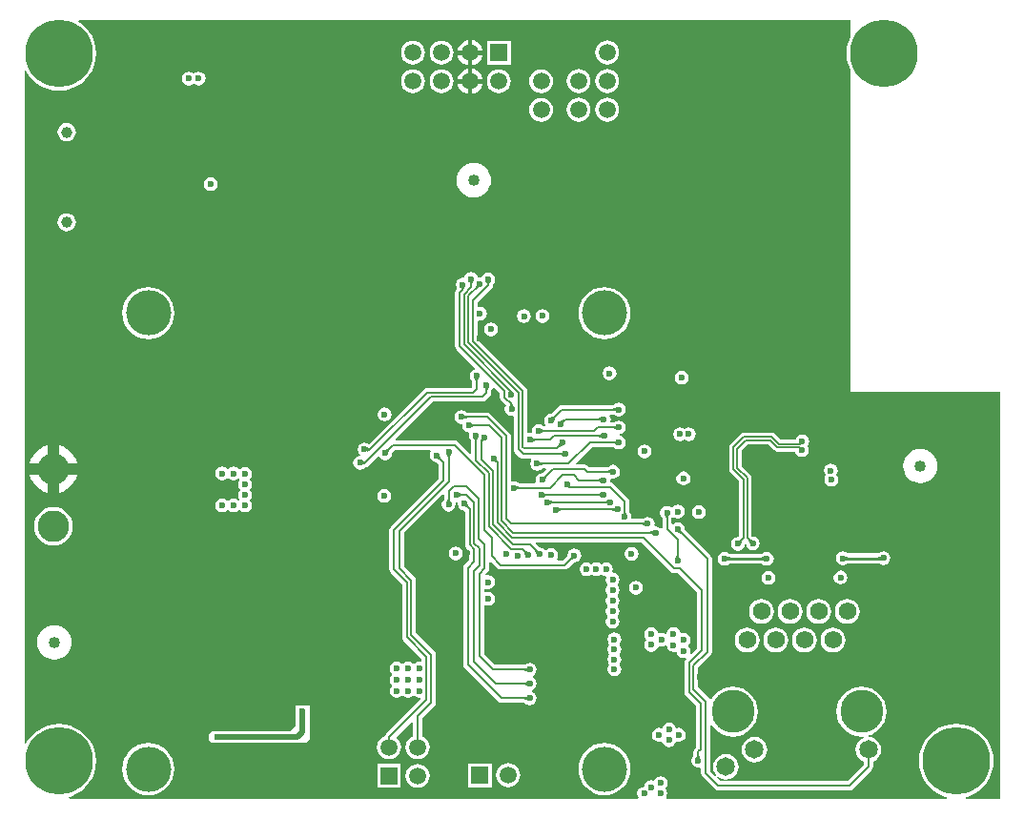
<source format=gbl>
G04 Layer_Physical_Order=4*
G04 Layer_Color=16711680*
%FSTAX24Y24*%
%MOIN*%
G70*
G01*
G75*
%ADD21R,0.0591X0.0591*%
%ADD37C,0.0400*%
%ADD48C,0.0080*%
%ADD49C,0.0100*%
%ADD51C,0.0200*%
%ADD54C,0.0060*%
%ADD55C,0.2362*%
%ADD56C,0.1575*%
%ADD57C,0.0620*%
%ADD58C,0.0866*%
%ADD59C,0.0650*%
%ADD60C,0.1500*%
%ADD61C,0.0591*%
%ADD62R,0.0591X0.0591*%
%ADD63C,0.1100*%
%ADD64C,0.0394*%
%ADD65C,0.0236*%
%ADD66C,0.0260*%
G36*
X440467Y386057D02*
X440396Y385885D01*
X440348Y385686D01*
X440332Y385482D01*
X440348Y385278D01*
X440396Y385079D01*
X440467Y384907D01*
X440467Y373642D01*
X445693Y373642D01*
Y359425D01*
X444512D01*
X444506Y359475D01*
X444571Y359491D01*
X44476Y359569D01*
X444934Y359676D01*
X44509Y359809D01*
X445223Y359965D01*
X44533Y360139D01*
X445409Y360329D01*
X445456Y360528D01*
X445472Y360732D01*
X445456Y360936D01*
X445409Y361135D01*
X44533Y361324D01*
X445223Y361499D01*
X44509Y361655D01*
X444934Y361788D01*
X44476Y361895D01*
X444571Y361973D01*
X444371Y362021D01*
X444167Y362037D01*
X443963Y362021D01*
X443764Y361973D01*
X443575Y361895D01*
X4434Y361788D01*
X443244Y361655D01*
X443111Y361499D01*
X443004Y361324D01*
X442926Y361135D01*
X442878Y360936D01*
X442862Y360732D01*
X442878Y360528D01*
X442926Y360329D01*
X443004Y360139D01*
X443111Y359965D01*
X443244Y359809D01*
X4434Y359676D01*
X443575Y359569D01*
X443764Y359491D01*
X443828Y359475D01*
X443822Y359425D01*
X434049D01*
X434022Y359475D01*
X434052Y359519D01*
X43407Y359612D01*
X434052Y359705D01*
X433999Y359784D01*
X434009Y35979D01*
X434062Y359869D01*
X43408Y359962D01*
X434062Y360055D01*
X434009Y360134D01*
X43393Y360186D01*
X433837Y360205D01*
X433744Y360186D01*
X433666Y360134D01*
X433613Y360055D01*
X433562Y360054D01*
X433507Y360065D01*
X433414Y360046D01*
X433336Y359994D01*
X433283Y359915D01*
X433269Y359842D01*
X433257Y359845D01*
X433164Y359826D01*
X433086Y359774D01*
X433033Y359695D01*
X433015Y359602D01*
X433033Y359509D01*
X433056Y359475D01*
X433029Y359425D01*
X413155D01*
X413149Y359475D01*
X413199Y359487D01*
X413388Y359565D01*
X413562Y359672D01*
X413718Y359805D01*
X413851Y359961D01*
X413958Y360136D01*
X414037Y360325D01*
X414084Y360524D01*
X4141Y360728D01*
X414084Y360933D01*
X414037Y361132D01*
X413958Y361321D01*
X413851Y361495D01*
X413718Y361651D01*
X413562Y361784D01*
X413388Y361891D01*
X413199Y36197D01*
X412999Y362017D01*
X412795Y362033D01*
X412591Y362017D01*
X412392Y36197D01*
X412203Y361891D01*
X412028Y361784D01*
X411872Y361651D01*
X411739Y361495D01*
X411641Y361334D01*
X411591Y361348D01*
Y384862D01*
X411641Y384876D01*
X411739Y384715D01*
X411872Y384559D01*
X412028Y384426D01*
X412203Y384319D01*
X412392Y384241D01*
X412591Y384193D01*
X412795Y384177D01*
X412999Y384193D01*
X413199Y384241D01*
X413388Y384319D01*
X413562Y384426D01*
X413718Y384559D01*
X413851Y384715D01*
X413958Y384889D01*
X414037Y385079D01*
X414084Y385278D01*
X4141Y385482D01*
X414084Y385686D01*
X414037Y385885D01*
X413958Y386074D01*
X413851Y386249D01*
X413718Y386405D01*
X413562Y386538D01*
X413478Y38659D01*
X413492Y386638D01*
X440467D01*
X440467Y386057D01*
D02*
G37*
%LPC*%
G36*
X438857Y365396D02*
X438745Y365381D01*
X43864Y365338D01*
X438551Y365269D01*
X438482Y365179D01*
X438438Y365074D01*
X438424Y364962D01*
X438438Y36485D01*
X438482Y364745D01*
X438551Y364655D01*
X43864Y364586D01*
X438745Y364543D01*
X438857Y364528D01*
X43897Y364543D01*
X439074Y364586D01*
X439164Y364655D01*
X439233Y364745D01*
X439276Y36485D01*
X439291Y364962D01*
X439276Y365074D01*
X439233Y365179D01*
X439164Y365269D01*
X439074Y365338D01*
X43897Y365381D01*
X438857Y365396D01*
D02*
G37*
G36*
X439857D02*
X439745Y365381D01*
X43964Y365338D01*
X439551Y365269D01*
X439482Y365179D01*
X439438Y365074D01*
X439424Y364962D01*
X439438Y36485D01*
X439482Y364745D01*
X439551Y364655D01*
X43964Y364586D01*
X439745Y364543D01*
X439857Y364528D01*
X43997Y364543D01*
X440074Y364586D01*
X440164Y364655D01*
X440233Y364745D01*
X440276Y36485D01*
X440291Y364962D01*
X440276Y365074D01*
X440233Y365179D01*
X440164Y365269D01*
X440074Y365338D01*
X43997Y365381D01*
X439857Y365396D01*
D02*
G37*
G36*
X436857D02*
X436745Y365381D01*
X43664Y365338D01*
X436551Y365269D01*
X436482Y365179D01*
X436438Y365074D01*
X436424Y364962D01*
X436438Y36485D01*
X436482Y364745D01*
X436551Y364655D01*
X43664Y364586D01*
X436745Y364543D01*
X436857Y364528D01*
X43697Y364543D01*
X437074Y364586D01*
X437164Y364655D01*
X437233Y364745D01*
X437276Y36485D01*
X437291Y364962D01*
X437276Y365074D01*
X437233Y365179D01*
X437164Y365269D01*
X437074Y365338D01*
X43697Y365381D01*
X436857Y365396D01*
D02*
G37*
G36*
X437857D02*
X437745Y365381D01*
X43764Y365338D01*
X437551Y365269D01*
X437482Y365179D01*
X437438Y365074D01*
X437424Y364962D01*
X437438Y36485D01*
X437482Y364745D01*
X437551Y364655D01*
X43764Y364586D01*
X437745Y364543D01*
X437857Y364528D01*
X43797Y364543D01*
X438074Y364586D01*
X438164Y364655D01*
X438233Y364745D01*
X438276Y36485D01*
X438291Y364962D01*
X438276Y365074D01*
X438233Y365179D01*
X438164Y365269D01*
X438074Y365338D01*
X43797Y365381D01*
X437857Y365396D01*
D02*
G37*
G36*
X440357Y366396D02*
X440245Y366381D01*
X44014Y366338D01*
X440051Y366269D01*
X439982Y366179D01*
X439938Y366074D01*
X439924Y365962D01*
X439938Y36585D01*
X439982Y365745D01*
X440051Y365655D01*
X44014Y365586D01*
X440245Y365543D01*
X440357Y365528D01*
X44047Y365543D01*
X440574Y365586D01*
X440664Y365655D01*
X440733Y365745D01*
X440776Y36585D01*
X440791Y365962D01*
X440776Y366074D01*
X440733Y366179D01*
X440664Y366269D01*
X440574Y366338D01*
X44047Y366381D01*
X440357Y366396D01*
D02*
G37*
G36*
X432977Y367045D02*
X432884Y367026D01*
X432806Y366974D01*
X432753Y366895D01*
X432735Y366802D01*
X432753Y366709D01*
X432806Y36663D01*
X432884Y366578D01*
X432977Y366559D01*
X43307Y366578D01*
X433149Y36663D01*
X433202Y366709D01*
X43322Y366802D01*
X433202Y366895D01*
X433149Y366974D01*
X43307Y367026D01*
X432977Y367045D01*
D02*
G37*
G36*
X439357Y366396D02*
X439245Y366381D01*
X43914Y366338D01*
X439051Y366269D01*
X438982Y366179D01*
X438938Y366074D01*
X438924Y365962D01*
X438938Y36585D01*
X438982Y365745D01*
X439051Y365655D01*
X43914Y365586D01*
X439245Y365543D01*
X439357Y365528D01*
X43947Y365543D01*
X439574Y365586D01*
X439664Y365655D01*
X439733Y365745D01*
X439776Y36585D01*
X439791Y365962D01*
X439776Y366074D01*
X439733Y366179D01*
X439664Y366269D01*
X439574Y366338D01*
X43947Y366381D01*
X439357Y366396D01*
D02*
G37*
G36*
X437357D02*
X437245Y366381D01*
X43714Y366338D01*
X437051Y366269D01*
X436982Y366179D01*
X436938Y366074D01*
X436924Y365962D01*
X436938Y36585D01*
X436982Y365745D01*
X437051Y365655D01*
X43714Y365586D01*
X437245Y365543D01*
X437357Y365528D01*
X43747Y365543D01*
X437574Y365586D01*
X437664Y365655D01*
X437733Y365745D01*
X437776Y36585D01*
X437791Y365962D01*
X437776Y366074D01*
X437733Y366179D01*
X437664Y366269D01*
X437574Y366338D01*
X43747Y366381D01*
X437357Y366396D01*
D02*
G37*
G36*
X438357D02*
X438245Y366381D01*
X43814Y366338D01*
X438051Y366269D01*
X437982Y366179D01*
X437938Y366074D01*
X437924Y365962D01*
X437938Y36585D01*
X437982Y365745D01*
X438051Y365655D01*
X43814Y365586D01*
X438245Y365543D01*
X438357Y365528D01*
X43847Y365543D01*
X438574Y365586D01*
X438664Y365655D01*
X438733Y365745D01*
X438776Y36585D01*
X438791Y365962D01*
X438776Y366074D01*
X438733Y366179D01*
X438664Y366269D01*
X438574Y366338D01*
X43847Y366381D01*
X438357Y366396D01*
D02*
G37*
G36*
X435171Y369681D02*
X435078Y369662D01*
X434999Y36961D01*
X434947Y369531D01*
X434928Y369438D01*
X434947Y369345D01*
X434999Y369267D01*
X435078Y369214D01*
X435171Y369195D01*
X435264Y369214D01*
X435343Y369267D01*
X435395Y369345D01*
X435414Y369438D01*
X435395Y369531D01*
X435343Y36961D01*
X435264Y369662D01*
X435171Y369681D01*
D02*
G37*
G36*
X421567Y362692D02*
X421057D01*
Y361962D01*
X420882Y361787D01*
X418142D01*
X418037Y361682D01*
Y361482D01*
X418147Y361372D01*
X421427D01*
X421577Y361522D01*
X421567Y361532D01*
Y362692D01*
D02*
G37*
G36*
X437117Y36158D02*
X437001Y361565D01*
X436893Y36152D01*
X4368Y361449D01*
X436729Y361356D01*
X436684Y361247D01*
X436669Y361131D01*
X436684Y361015D01*
X436729Y360907D01*
X4368Y360814D01*
X436893Y360743D01*
X437001Y360698D01*
X437117Y360683D01*
X437233Y360698D01*
X437341Y360743D01*
X437434Y360814D01*
X437506Y360907D01*
X437551Y361015D01*
X437566Y361131D01*
X437551Y361247D01*
X437506Y361356D01*
X437434Y361449D01*
X437341Y36152D01*
X437233Y361565D01*
X437117Y36158D01*
D02*
G37*
G36*
X434571Y374381D02*
X434478Y374362D01*
X434399Y37431D01*
X434347Y374231D01*
X434328Y374138D01*
X434347Y374045D01*
X434399Y373967D01*
X434478Y373914D01*
X434571Y373895D01*
X434664Y373914D01*
X434743Y373967D01*
X434795Y374045D01*
X434814Y374138D01*
X434795Y374231D01*
X434743Y37431D01*
X434664Y374362D01*
X434571Y374381D01*
D02*
G37*
G36*
X427923Y360657D02*
X427092D01*
Y359827D01*
X427923D01*
Y360657D01*
D02*
G37*
G36*
X434821Y372405D02*
X434728Y372386D01*
X434669Y372347D01*
X43461Y372386D01*
X434517Y372405D01*
X434424Y372386D01*
X434346Y372334D01*
X434293Y372255D01*
X434275Y372162D01*
X434293Y372069D01*
X434346Y37199D01*
X434424Y371938D01*
X434517Y371919D01*
X43461Y371938D01*
X434669Y371977D01*
X434728Y371938D01*
X434821Y371919D01*
X434914Y371938D01*
X434993Y37199D01*
X435045Y372069D01*
X435064Y372162D01*
X435045Y372255D01*
X434993Y372334D01*
X434914Y372386D01*
X434821Y372405D01*
D02*
G37*
G36*
X412667Y365492D02*
X412608D01*
X41252Y365483D01*
X412407Y365449D01*
X412302Y365393D01*
X412211Y365318D01*
X412136Y365227D01*
X41208Y365123D01*
X412046Y36501D01*
X412037Y364921D01*
Y364862D01*
X412046Y364774D01*
X41208Y364661D01*
X412136Y364557D01*
X412211Y364466D01*
X412302Y364391D01*
X412407Y364335D01*
X41252Y364301D01*
X412608Y364292D01*
X412667D01*
X412755Y364301D01*
X412868Y364335D01*
X412972Y364391D01*
X413064Y364466D01*
X413139Y364557D01*
X413194Y364661D01*
X413229Y364774D01*
X413237Y364862D01*
Y364921D01*
X413229Y36501D01*
X413194Y365123D01*
X413139Y365227D01*
X413064Y365318D01*
X412972Y365393D01*
X412868Y365449D01*
X412755Y365483D01*
X412667Y365492D01*
D02*
G37*
G36*
X432217Y365235D02*
X432124Y365216D01*
X432046Y365164D01*
X431993Y365085D01*
X431975Y364992D01*
X431993Y364899D01*
X432021Y364857D01*
X432044Y364817D01*
X432021Y364777D01*
X431993Y364735D01*
X431975Y364642D01*
X431993Y364549D01*
X432021Y364507D01*
X432044Y364467D01*
X432021Y364427D01*
X431993Y364385D01*
X431975Y364292D01*
X431993Y364199D01*
X432021Y364157D01*
X432044Y364117D01*
X432021Y364077D01*
X431993Y364035D01*
X431975Y363942D01*
X431993Y363849D01*
X432046Y36377D01*
X432124Y363718D01*
X432217Y363699D01*
X43231Y363718D01*
X432389Y36377D01*
X432442Y363849D01*
X43246Y363942D01*
X432442Y364035D01*
X432414Y364077D01*
X432391Y364117D01*
X432414Y364157D01*
X432442Y364199D01*
X43246Y364292D01*
X432442Y364385D01*
X432414Y364427D01*
X432391Y364467D01*
X432414Y364507D01*
X432442Y364549D01*
X43246Y364642D01*
X432442Y364735D01*
X432414Y364777D01*
X432391Y364817D01*
X432414Y364857D01*
X432442Y364899D01*
X43246Y364992D01*
X432442Y365085D01*
X432389Y365164D01*
X43231Y365216D01*
X432217Y365235D01*
D02*
G37*
G36*
X434127Y362085D02*
X434034Y362066D01*
X433956Y362014D01*
X433903Y361935D01*
X433893Y361886D01*
X43387Y361876D01*
X433777Y361895D01*
X433684Y361876D01*
X433606Y361824D01*
X433553Y361745D01*
X433535Y361652D01*
X433553Y361559D01*
X433606Y36148D01*
X433684Y361428D01*
X433777Y361409D01*
X433847Y361423D01*
X433899Y361391D01*
X433903Y361369D01*
X433956Y36129D01*
X434034Y361238D01*
X434127Y361219D01*
X43422Y361238D01*
X434299Y36129D01*
X434352Y361369D01*
X434361Y361418D01*
X434384Y361428D01*
X434477Y361409D01*
X43457Y361428D01*
X434649Y36148D01*
X434702Y361559D01*
X43472Y361652D01*
X434702Y361745D01*
X434649Y361824D01*
X43457Y361876D01*
X434477Y361895D01*
X434408Y361881D01*
X434356Y361913D01*
X434352Y361935D01*
X434299Y362014D01*
X43422Y362066D01*
X434127Y362085D01*
D02*
G37*
G36*
X424187Y373095D02*
X424094Y373076D01*
X424016Y373024D01*
X423963Y372945D01*
X423945Y372852D01*
X423963Y372759D01*
X424016Y37268D01*
X424094Y372628D01*
X424187Y372609D01*
X42428Y372628D01*
X424359Y37268D01*
X424412Y372759D01*
X42443Y372852D01*
X424412Y372945D01*
X424359Y373024D01*
X42428Y373076D01*
X424187Y373095D01*
D02*
G37*
G36*
X42667Y368238D02*
X426578Y368219D01*
X426499Y368167D01*
X426446Y368088D01*
X426428Y367995D01*
X426446Y367902D01*
X426499Y367823D01*
X426578Y367771D01*
X42667Y367752D01*
X426763Y367771D01*
X426842Y367823D01*
X426895Y367902D01*
X426913Y367995D01*
X426895Y368088D01*
X426842Y368167D01*
X426763Y368219D01*
X42667Y368238D01*
D02*
G37*
G36*
X442947Y371652D02*
X442888D01*
X4428Y371643D01*
X442687Y371609D01*
X442582Y371553D01*
X442491Y371478D01*
X442416Y371387D01*
X44236Y371283D01*
X442326Y37117D01*
X442317Y371081D01*
Y371022D01*
X442326Y370934D01*
X44236Y370821D01*
X442416Y370717D01*
X442491Y370626D01*
X442582Y370551D01*
X442687Y370495D01*
X4428Y370461D01*
X442888Y370452D01*
X442947D01*
X443035Y370461D01*
X443148Y370495D01*
X443252Y370551D01*
X443344Y370626D01*
X443419Y370717D01*
X443474Y370821D01*
X443509Y370934D01*
X443517Y371022D01*
Y371081D01*
X443509Y37117D01*
X443474Y371283D01*
X443419Y371387D01*
X443344Y371478D01*
X443252Y371553D01*
X443148Y371609D01*
X443035Y371643D01*
X442947Y371652D01*
D02*
G37*
G36*
X424177Y370255D02*
X424084Y370236D01*
X424006Y370184D01*
X423953Y370105D01*
X423935Y370012D01*
X423953Y369919D01*
X424006Y36984D01*
X424084Y369788D01*
X424177Y369769D01*
X42427Y369788D01*
X424349Y36984D01*
X424402Y369919D01*
X42442Y370012D01*
X424402Y370105D01*
X424349Y370184D01*
X42427Y370236D01*
X424177Y370255D01*
D02*
G37*
G36*
X441627Y368075D02*
X441534Y368056D01*
X441456Y368004D01*
X44145Y367995D01*
X440367D01*
X44029Y368046D01*
X440197Y368065D01*
X440104Y368046D01*
X440026Y367994D01*
X439973Y367915D01*
X439955Y367822D01*
X439973Y367729D01*
X440026Y36765D01*
X440104Y367598D01*
X440197Y367579D01*
X44029Y367598D01*
X440367Y367649D01*
X441468D01*
X441469Y367649D01*
X441471Y367648D01*
X441473Y367648D01*
X441475Y367646D01*
X441483Y367642D01*
X441534Y367608D01*
X441627Y367589D01*
X44172Y367608D01*
X441799Y36766D01*
X441852Y367739D01*
X44187Y367832D01*
X441852Y367925D01*
X441799Y368004D01*
X44172Y368056D01*
X441627Y368075D01*
D02*
G37*
G36*
X434631Y370861D02*
X434538Y370842D01*
X434459Y37079D01*
X434407Y370711D01*
X434388Y370618D01*
X434407Y370525D01*
X434459Y370447D01*
X434538Y370394D01*
X434631Y370375D01*
X434724Y370394D01*
X434803Y370447D01*
X434855Y370525D01*
X434874Y370618D01*
X434855Y370711D01*
X434803Y37079D01*
X434724Y370842D01*
X434631Y370861D01*
D02*
G37*
G36*
X412407Y370742D02*
X41178D01*
X411818Y370615D01*
X411897Y370467D01*
X412003Y370338D01*
X412133Y370232D01*
X41228Y370153D01*
X412407Y370114D01*
Y370742D01*
D02*
G37*
G36*
X413435D02*
X412807D01*
Y370114D01*
X412934Y370153D01*
X413082Y370232D01*
X413211Y370338D01*
X413317Y370467D01*
X413396Y370615D01*
X413435Y370742D01*
D02*
G37*
G36*
X439787Y371135D02*
X439694Y371116D01*
X439616Y371064D01*
X439563Y370985D01*
X439545Y370892D01*
X439563Y370799D01*
X43961Y370729D01*
X439573Y370675D01*
X439555Y370582D01*
X439573Y370489D01*
X439626Y37041D01*
X439704Y370358D01*
X439797Y370339D01*
X43989Y370358D01*
X439969Y37041D01*
X440022Y370489D01*
X44004Y370582D01*
X440022Y370675D01*
X439975Y370744D01*
X440012Y370799D01*
X44003Y370892D01*
X440012Y370985D01*
X439959Y371064D01*
X43988Y371116D01*
X439787Y371135D01*
D02*
G37*
G36*
X437547Y368055D02*
X437454Y368036D01*
X437378Y367985D01*
X436246D01*
X43617Y368036D01*
X436077Y368055D01*
X435984Y368036D01*
X435906Y367984D01*
X435853Y367905D01*
X435835Y367812D01*
X435853Y367719D01*
X435906Y36764D01*
X435984Y367588D01*
X436077Y367569D01*
X43617Y367588D01*
X436246Y367639D01*
X437378D01*
X437454Y367588D01*
X437547Y367569D01*
X43764Y367588D01*
X437719Y36764D01*
X437772Y367719D01*
X43779Y367812D01*
X437772Y367905D01*
X437719Y367984D01*
X43764Y368036D01*
X437547Y368055D01*
D02*
G37*
G36*
X432817Y368225D02*
X432724Y368206D01*
X432646Y368154D01*
X432593Y368075D01*
X432575Y367982D01*
X432593Y367889D01*
X432646Y36781D01*
X432724Y367758D01*
X432817Y367739D01*
X43291Y367758D01*
X432989Y36781D01*
X433042Y367889D01*
X43306Y367982D01*
X433042Y368075D01*
X432989Y368154D01*
X43291Y368206D01*
X432817Y368225D01*
D02*
G37*
G36*
X433267Y371805D02*
X433174Y371786D01*
X433096Y371734D01*
X433043Y371655D01*
X433025Y371562D01*
X433043Y371469D01*
X433096Y37139D01*
X433174Y371338D01*
X433267Y371319D01*
X43336Y371338D01*
X433439Y37139D01*
X433492Y371469D01*
X43351Y371562D01*
X433492Y371655D01*
X433439Y371734D01*
X43336Y371786D01*
X433267Y371805D01*
D02*
G37*
G36*
X440127Y367395D02*
X440034Y367376D01*
X439956Y367324D01*
X439903Y367245D01*
X439885Y367152D01*
X439903Y367059D01*
X439956Y36698D01*
X440034Y366928D01*
X440127Y366909D01*
X44022Y366928D01*
X440299Y36698D01*
X440352Y367059D01*
X44037Y367152D01*
X440352Y367245D01*
X440299Y367324D01*
X44022Y367376D01*
X440127Y367395D01*
D02*
G37*
G36*
X437717Y372225D02*
X436747D01*
X436689Y372213D01*
X436639Y37218D01*
X436274Y371815D01*
X436241Y371765D01*
X436229Y371707D01*
Y370937D01*
X436241Y370879D01*
X436274Y370829D01*
X436309Y370794D01*
X436309Y370794D01*
X436584Y370519D01*
Y368604D01*
X436543Y368574D01*
X436537Y368575D01*
X436444Y368556D01*
X436366Y368504D01*
X436313Y368425D01*
X436295Y368332D01*
X436313Y368239D01*
X436366Y36816D01*
X436444Y368108D01*
X436537Y368089D01*
X43663Y368108D01*
X436709Y36816D01*
X436762Y368239D01*
X436773Y368295D01*
X436824D01*
X436833Y368249D01*
X436886Y36817D01*
X436964Y368118D01*
X437057Y368099D01*
X43715Y368118D01*
X437229Y36817D01*
X437282Y368249D01*
X4373Y368342D01*
X437282Y368435D01*
X437229Y368514D01*
X43715Y368566D01*
X437057Y368585D01*
X437051Y368584D01*
X43701Y368614D01*
Y370632D01*
X436999Y37069D01*
X436965Y37074D01*
X436655Y37105D01*
Y371594D01*
X43686Y371799D01*
X437604D01*
X437799Y371604D01*
X437799Y371604D01*
X437809Y371594D01*
X437859Y371561D01*
X437917Y371549D01*
X438547D01*
X438553Y371519D01*
X438606Y37144D01*
X438684Y371388D01*
X438777Y371369D01*
X43887Y371388D01*
X438949Y37144D01*
X439002Y371519D01*
X43902Y371612D01*
X439002Y371705D01*
X438968Y371754D01*
X439012Y371819D01*
X43903Y371912D01*
X439012Y372005D01*
X438959Y372084D01*
X43888Y372136D01*
X438787Y372155D01*
X438694Y372136D01*
X438616Y372084D01*
X438563Y372005D01*
X438557Y371975D01*
X43803D01*
X43786Y372145D01*
X43786Y372145D01*
X437825Y37218D01*
X437776Y372213D01*
X437717Y372225D01*
D02*
G37*
G36*
X437607Y367385D02*
X437514Y367366D01*
X437436Y367314D01*
X437383Y367235D01*
X437365Y367142D01*
X437383Y367049D01*
X437436Y36697D01*
X437514Y366918D01*
X437607Y366899D01*
X4377Y366918D01*
X437779Y36697D01*
X437832Y367049D01*
X43785Y367142D01*
X437832Y367235D01*
X437779Y367314D01*
X4377Y367366D01*
X437607Y367385D01*
D02*
G37*
G36*
X431927Y367685D02*
X431834Y367666D01*
X431757Y367615D01*
X43168Y367666D01*
X431587Y367685D01*
X431494Y367666D01*
X431417Y367615D01*
X43134Y367666D01*
X431247Y367685D01*
X431154Y367666D01*
X431076Y367614D01*
X431023Y367535D01*
X431005Y367442D01*
X431023Y367349D01*
X431076Y36727D01*
X431154Y367218D01*
X431247Y367199D01*
X43134Y367218D01*
X431417Y367269D01*
X431494Y367218D01*
X431587Y367199D01*
X43168Y367218D01*
X431757Y367269D01*
X431834Y367218D01*
X4319Y367205D01*
X431929Y367169D01*
X43193Y367151D01*
X431915Y367072D01*
X431933Y366979D01*
X431986Y3669D01*
Y366882D01*
X431933Y366803D01*
X431915Y36671D01*
X431933Y366617D01*
X431968Y366564D01*
X431982Y366527D01*
X431968Y36649D01*
X431933Y366437D01*
X431915Y366344D01*
X431933Y366251D01*
X431968Y366198D01*
X431982Y366161D01*
X431968Y366124D01*
X431933Y366071D01*
X431915Y365978D01*
X431933Y365885D01*
X431968Y365832D01*
X431982Y365795D01*
X431968Y365758D01*
X431933Y365705D01*
X431915Y365612D01*
X431933Y365519D01*
X431986Y36544D01*
X432064Y365388D01*
X432157Y365369D01*
X43225Y365388D01*
X432329Y36544D01*
X432382Y365519D01*
X4324Y365612D01*
X432382Y365705D01*
X432346Y365758D01*
X432333Y365795D01*
X432346Y365832D01*
X432382Y365885D01*
X4324Y365978D01*
X432382Y366071D01*
X432346Y366124D01*
X432333Y366161D01*
X432346Y366198D01*
X432382Y366251D01*
X4324Y366344D01*
X432382Y366437D01*
X432346Y36649D01*
X432333Y366527D01*
X432346Y366564D01*
X432382Y366617D01*
X4324Y36671D01*
X432382Y366803D01*
X432329Y366882D01*
Y3669D01*
X432382Y366979D01*
X4324Y367072D01*
X432382Y367165D01*
X432329Y367244D01*
X43225Y367296D01*
X432185Y367309D01*
X432155Y367345D01*
X432154Y367362D01*
X43217Y367442D01*
X432152Y367535D01*
X432099Y367614D01*
X43202Y367666D01*
X431927Y367685D01*
D02*
G37*
G36*
X412607Y369615D02*
X412476Y369602D01*
X41235Y369564D01*
X412233Y369502D01*
X412131Y369418D01*
X412048Y369316D01*
X411985Y3692D01*
X411947Y369073D01*
X411934Y368942D01*
X411947Y368811D01*
X411985Y368684D01*
X412048Y368568D01*
X412131Y368466D01*
X412233Y368382D01*
X41235Y36832D01*
X412476Y368282D01*
X412607Y368269D01*
X412739Y368282D01*
X412865Y36832D01*
X412981Y368382D01*
X413083Y368466D01*
X413167Y368568D01*
X413229Y368684D01*
X413268Y368811D01*
X413281Y368942D01*
X413268Y369073D01*
X413229Y3692D01*
X413167Y369316D01*
X413083Y369418D01*
X412981Y369502D01*
X412865Y369564D01*
X412739Y369602D01*
X412607Y369615D01*
D02*
G37*
G36*
X418907Y371035D02*
X418814Y371016D01*
X418738Y370965D01*
X418724Y370959D01*
X41869D01*
X418677Y370965D01*
X4186Y371016D01*
X418507Y371035D01*
X418414Y371016D01*
X418336Y370964D01*
X418283Y370885D01*
X418265Y370792D01*
X418283Y370699D01*
X418336Y37062D01*
X418414Y370568D01*
X418507Y370549D01*
X4186Y370568D01*
X418677Y370619D01*
X41869Y370625D01*
X418724D01*
X418738Y370619D01*
X418814Y370568D01*
X418907Y370549D01*
X419Y370568D01*
X419067Y370612D01*
X419107Y370601D01*
X419118Y370558D01*
X419083Y370505D01*
X419065Y370412D01*
X419083Y370319D01*
X419136Y37024D01*
Y370214D01*
X419083Y370135D01*
X419065Y370042D01*
X419083Y369949D01*
X419117Y369898D01*
X419109Y36987D01*
X419059Y369857D01*
X419Y369896D01*
X418907Y369915D01*
X418814Y369896D01*
X418736Y369844D01*
X418732Y369839D01*
X418682D01*
X418679Y369844D01*
X4186Y369896D01*
X418507Y369915D01*
X418414Y369896D01*
X418336Y369844D01*
X418283Y369765D01*
X418265Y369672D01*
X418283Y369579D01*
X418336Y3695D01*
X418414Y369448D01*
X418507Y369429D01*
X4186Y369448D01*
X418677Y369499D01*
X41869Y369505D01*
X418724D01*
X418738Y369499D01*
X418814Y369448D01*
X418907Y369429D01*
X419Y369448D01*
X419079Y3695D01*
X419082Y369505D01*
X419132D01*
X419136Y3695D01*
X419214Y369448D01*
X419307Y369429D01*
X4194Y369448D01*
X419479Y3695D01*
X419532Y369579D01*
X41955Y369672D01*
X419532Y369765D01*
X419479Y369844D01*
Y36987D01*
X419532Y369949D01*
X41955Y370042D01*
X419532Y370135D01*
X419479Y370214D01*
Y37024D01*
X419532Y370319D01*
X41955Y370412D01*
X419532Y370505D01*
X419479Y370584D01*
Y37061D01*
X419532Y370689D01*
X41955Y370782D01*
X419532Y370875D01*
X419479Y370954D01*
X4194Y371006D01*
X419307Y371025D01*
X419214Y371006D01*
X419143Y370958D01*
X41912Y370954D01*
X419086D01*
X419079Y370964D01*
X419Y371016D01*
X418907Y371035D01*
D02*
G37*
G36*
X412807Y37177D02*
Y371142D01*
X413435D01*
X413396Y371269D01*
X413317Y371416D01*
X413211Y371546D01*
X413082Y371652D01*
X412934Y371731D01*
X412807Y37177D01*
D02*
G37*
G36*
X412407Y37177D02*
X41228Y371731D01*
X412133Y371652D01*
X412003Y371546D01*
X411897Y371416D01*
X411818Y371269D01*
X41178Y371142D01*
X412407D01*
Y37177D01*
D02*
G37*
G36*
X428177Y384921D02*
X428069Y384907D01*
X427968Y384865D01*
X427881Y384798D01*
X427815Y384711D01*
X427773Y38461D01*
X427758Y384502D01*
X427773Y384394D01*
X427815Y384293D01*
X427881Y384206D01*
X427968Y384139D01*
X428069Y384097D01*
X428177Y384083D01*
X428286Y384097D01*
X428387Y384139D01*
X428474Y384206D01*
X42854Y384293D01*
X428582Y384394D01*
X428596Y384502D01*
X428582Y38461D01*
X42854Y384711D01*
X428474Y384798D01*
X428387Y384865D01*
X428286Y384907D01*
X428177Y384921D01*
D02*
G37*
G36*
X426177D02*
X426069Y384907D01*
X425968Y384865D01*
X425881Y384798D01*
X425815Y384711D01*
X425773Y38461D01*
X425758Y384502D01*
X425773Y384394D01*
X425815Y384293D01*
X425881Y384206D01*
X425968Y384139D01*
X426069Y384097D01*
X426177Y384083D01*
X426286Y384097D01*
X426387Y384139D01*
X426474Y384206D01*
X42654Y384293D01*
X426582Y384394D01*
X426596Y384502D01*
X426582Y38461D01*
X42654Y384711D01*
X426474Y384798D01*
X426387Y384865D01*
X426286Y384907D01*
X426177Y384921D01*
D02*
G37*
G36*
X429657D02*
X429549Y384907D01*
X429448Y384865D01*
X429361Y384798D01*
X429295Y384711D01*
X429253Y38461D01*
X429238Y384502D01*
X429253Y384394D01*
X429295Y384293D01*
X429361Y384206D01*
X429448Y384139D01*
X429549Y384097D01*
X429657Y384083D01*
X429766Y384097D01*
X429867Y384139D01*
X429953Y384206D01*
X43002Y384293D01*
X430062Y384394D01*
X430076Y384502D01*
X430062Y38461D01*
X43002Y384711D01*
X429953Y384798D01*
X429867Y384865D01*
X429766Y384907D01*
X429657Y384921D01*
D02*
G37*
G36*
X431967Y384931D02*
X431859Y384917D01*
X431758Y384875D01*
X431671Y384808D01*
X431605Y384721D01*
X431563Y38462D01*
X431548Y384512D01*
X431563Y384404D01*
X431605Y384303D01*
X431671Y384216D01*
X431758Y384149D01*
X431859Y384107D01*
X431967Y384093D01*
X432076Y384107D01*
X432177Y384149D01*
X432263Y384216D01*
X43233Y384303D01*
X432372Y384404D01*
X432386Y384512D01*
X432372Y38462D01*
X43233Y384721D01*
X432263Y384808D01*
X432177Y384875D01*
X432076Y384917D01*
X431967Y384931D01*
D02*
G37*
G36*
X430967D02*
X430859Y384917D01*
X430758Y384875D01*
X430671Y384808D01*
X430605Y384721D01*
X430563Y38462D01*
X430548Y384512D01*
X430563Y384404D01*
X430605Y384303D01*
X430671Y384216D01*
X430758Y384149D01*
X430859Y384107D01*
X430967Y384093D01*
X431076Y384107D01*
X431177Y384149D01*
X431264Y384216D01*
X43133Y384303D01*
X431372Y384404D01*
X431386Y384512D01*
X431372Y38462D01*
X43133Y384721D01*
X431264Y384808D01*
X431177Y384875D01*
X431076Y384917D01*
X430967Y384931D01*
D02*
G37*
G36*
X431967Y383931D02*
X431859Y383917D01*
X431758Y383875D01*
X431671Y383808D01*
X431605Y383721D01*
X431563Y38362D01*
X431548Y383512D01*
X431563Y383404D01*
X431605Y383303D01*
X431671Y383216D01*
X431758Y383149D01*
X431859Y383107D01*
X431967Y383093D01*
X432076Y383107D01*
X432177Y383149D01*
X432263Y383216D01*
X43233Y383303D01*
X432372Y383404D01*
X432386Y383512D01*
X432372Y38362D01*
X43233Y383721D01*
X432263Y383808D01*
X432177Y383875D01*
X432076Y383917D01*
X431967Y383931D01*
D02*
G37*
G36*
X430967D02*
X430859Y383917D01*
X430758Y383875D01*
X430671Y383808D01*
X430605Y383721D01*
X430563Y38362D01*
X430548Y383512D01*
X430563Y383404D01*
X430605Y383303D01*
X430671Y383216D01*
X430758Y383149D01*
X430859Y383107D01*
X430967Y383093D01*
X431076Y383107D01*
X431177Y383149D01*
X431264Y383216D01*
X43133Y383303D01*
X431372Y383404D01*
X431386Y383512D01*
X431372Y38362D01*
X43133Y383721D01*
X431264Y383808D01*
X431177Y383875D01*
X431076Y383917D01*
X430967Y383931D01*
D02*
G37*
G36*
X427617Y384427D02*
X427252D01*
Y384063D01*
X427294Y384068D01*
X427402Y384113D01*
X427495Y384184D01*
X427566Y384277D01*
X427611Y384386D01*
X427617Y384427D01*
D02*
G37*
G36*
X425177Y384921D02*
X425069Y384907D01*
X424968Y384865D01*
X424881Y384798D01*
X424815Y384711D01*
X424773Y38461D01*
X424758Y384502D01*
X424773Y384394D01*
X424815Y384293D01*
X424881Y384206D01*
X424968Y384139D01*
X425069Y384097D01*
X425177Y384083D01*
X425286Y384097D01*
X425387Y384139D01*
X425474Y384206D01*
X42554Y384293D01*
X425582Y384394D01*
X425596Y384502D01*
X425582Y38461D01*
X42554Y384711D01*
X425474Y384798D01*
X425387Y384865D01*
X425286Y384907D01*
X425177Y384921D01*
D02*
G37*
G36*
X427102Y384427D02*
X426738D01*
X426744Y384386D01*
X426788Y384277D01*
X42686Y384184D01*
X426953Y384113D01*
X427061Y384068D01*
X427102Y384063D01*
Y384427D01*
D02*
G37*
G36*
Y384941D02*
X427061Y384936D01*
X426953Y384891D01*
X42686Y38482D01*
X426788Y384727D01*
X426744Y384618D01*
X426738Y384577D01*
X427102D01*
Y384941D01*
D02*
G37*
G36*
X428593Y385917D02*
X427762D01*
Y385087D01*
X428593D01*
Y385917D01*
D02*
G37*
G36*
X426177Y385921D02*
X426069Y385907D01*
X425968Y385865D01*
X425881Y385798D01*
X425815Y385711D01*
X425773Y38561D01*
X425758Y385502D01*
X425773Y385394D01*
X425815Y385293D01*
X425881Y385206D01*
X425968Y385139D01*
X426069Y385097D01*
X426177Y385083D01*
X426286Y385097D01*
X426387Y385139D01*
X426474Y385206D01*
X42654Y385293D01*
X426582Y385394D01*
X426596Y385502D01*
X426582Y38561D01*
X42654Y385711D01*
X426474Y385798D01*
X426387Y385865D01*
X426286Y385907D01*
X426177Y385921D01*
D02*
G37*
G36*
X431967Y385931D02*
X431859Y385917D01*
X431758Y385875D01*
X431671Y385808D01*
X431605Y385721D01*
X431563Y38562D01*
X431548Y385512D01*
X431563Y385404D01*
X431605Y385303D01*
X431671Y385216D01*
X431758Y385149D01*
X431859Y385107D01*
X431967Y385093D01*
X432076Y385107D01*
X432177Y385149D01*
X432263Y385216D01*
X43233Y385303D01*
X432372Y385404D01*
X432386Y385512D01*
X432372Y38562D01*
X43233Y385721D01*
X432263Y385808D01*
X432177Y385875D01*
X432076Y385917D01*
X431967Y385931D01*
D02*
G37*
G36*
X427252Y385941D02*
Y385577D01*
X427617D01*
X427611Y385618D01*
X427566Y385727D01*
X427495Y38582D01*
X427402Y385891D01*
X427294Y385936D01*
X427252Y385941D01*
D02*
G37*
G36*
X427102Y385941D02*
X427061Y385936D01*
X426953Y385891D01*
X42686Y38582D01*
X426788Y385727D01*
X426744Y385618D01*
X426738Y385577D01*
X427102D01*
Y385941D01*
D02*
G37*
G36*
X417687Y384845D02*
X417594Y384826D01*
X417553Y384798D01*
X417512Y384776D01*
X417472Y384798D01*
X41743Y384826D01*
X417337Y384845D01*
X417244Y384826D01*
X417166Y384774D01*
X417113Y384695D01*
X417095Y384602D01*
X417113Y384509D01*
X417166Y38443D01*
X417244Y384378D01*
X417337Y384359D01*
X41743Y384378D01*
X417472Y384406D01*
X417512Y384428D01*
X417553Y384406D01*
X417594Y384378D01*
X417687Y384359D01*
X41778Y384378D01*
X417859Y38443D01*
X417912Y384509D01*
X41793Y384602D01*
X417912Y384695D01*
X417859Y384774D01*
X41778Y384826D01*
X417687Y384845D01*
D02*
G37*
G36*
X427252Y384941D02*
Y384577D01*
X427617D01*
X427611Y384618D01*
X427566Y384727D01*
X427495Y38482D01*
X427402Y384891D01*
X427294Y384936D01*
X427252Y384941D01*
D02*
G37*
G36*
X427617Y385427D02*
X427252D01*
Y385063D01*
X427294Y385068D01*
X427402Y385113D01*
X427495Y385184D01*
X427566Y385277D01*
X427611Y385386D01*
X427617Y385427D01*
D02*
G37*
G36*
X425177Y385921D02*
X425069Y385907D01*
X424968Y385865D01*
X424881Y385798D01*
X424815Y385711D01*
X424773Y38561D01*
X424758Y385502D01*
X424773Y385394D01*
X424815Y385293D01*
X424881Y385206D01*
X424968Y385139D01*
X425069Y385097D01*
X425177Y385083D01*
X425286Y385097D01*
X425387Y385139D01*
X425474Y385206D01*
X42554Y385293D01*
X425582Y385394D01*
X425596Y385502D01*
X425582Y38561D01*
X42554Y385711D01*
X425474Y385798D01*
X425387Y385865D01*
X425286Y385907D01*
X425177Y385921D01*
D02*
G37*
G36*
X427102Y385427D02*
X426738D01*
X426744Y385386D01*
X426788Y385277D01*
X42686Y385184D01*
X426953Y385113D01*
X427061Y385068D01*
X427102Y385063D01*
Y385427D01*
D02*
G37*
G36*
X429697Y376545D02*
X429604Y376526D01*
X429526Y376474D01*
X429473Y376395D01*
X429455Y376302D01*
X429473Y376209D01*
X429526Y37613D01*
X429604Y376078D01*
X429697Y376059D01*
X42979Y376078D01*
X429869Y37613D01*
X429922Y376209D01*
X42994Y376302D01*
X429922Y376395D01*
X429869Y376474D01*
X42979Y376526D01*
X429697Y376545D01*
D02*
G37*
G36*
X429057Y376535D02*
X428964Y376516D01*
X428886Y376464D01*
X428833Y376385D01*
X428815Y376292D01*
X428833Y376199D01*
X428886Y37612D01*
X428964Y376068D01*
X429057Y376049D01*
X42915Y376068D01*
X429229Y37612D01*
X429282Y376199D01*
X4293Y376292D01*
X429282Y376385D01*
X429229Y376464D01*
X42915Y376516D01*
X429057Y376535D01*
D02*
G37*
G36*
X425337Y360641D02*
X425229Y360627D01*
X425128Y360585D01*
X425041Y360518D01*
X424975Y360431D01*
X424933Y36033D01*
X424918Y360222D01*
X424933Y360114D01*
X424975Y360013D01*
X425041Y359926D01*
X425128Y359859D01*
X425229Y359817D01*
X425337Y359803D01*
X425446Y359817D01*
X425547Y359859D01*
X425634Y359926D01*
X4257Y360013D01*
X425742Y360114D01*
X425756Y360222D01*
X425742Y36033D01*
X4257Y360431D01*
X425634Y360518D01*
X425547Y360585D01*
X425446Y360627D01*
X425337Y360641D01*
D02*
G37*
G36*
X424753Y360637D02*
X423922D01*
Y359807D01*
X424753D01*
Y360637D01*
D02*
G37*
G36*
X427897Y376075D02*
X427804Y376056D01*
X427726Y376004D01*
X427673Y375925D01*
X427655Y375832D01*
X427673Y375739D01*
X427726Y37566D01*
X427804Y375608D01*
X427897Y375589D01*
X42799Y375608D01*
X428069Y37566D01*
X428122Y375739D01*
X42814Y375832D01*
X428122Y375925D01*
X428069Y376004D01*
X42799Y376056D01*
X427897Y376075D01*
D02*
G37*
G36*
X432047Y374535D02*
X431954Y374516D01*
X431876Y374464D01*
X431823Y374385D01*
X431805Y374292D01*
X431823Y374199D01*
X431876Y37412D01*
X431954Y374068D01*
X432047Y374049D01*
X43214Y374068D01*
X432219Y37412D01*
X432272Y374199D01*
X43229Y374292D01*
X432272Y374385D01*
X432219Y374464D01*
X43214Y374516D01*
X432047Y374535D01*
D02*
G37*
G36*
X428507Y360661D02*
X428399Y360647D01*
X428298Y360605D01*
X428211Y360538D01*
X428145Y360451D01*
X428103Y36035D01*
X428088Y360242D01*
X428103Y360134D01*
X428145Y360033D01*
X428211Y359946D01*
X428298Y359879D01*
X428399Y359837D01*
X428507Y359823D01*
X428616Y359837D01*
X428717Y359879D01*
X428803Y359946D01*
X42887Y360033D01*
X428912Y360134D01*
X428926Y360242D01*
X428912Y36035D01*
X42887Y360451D01*
X428803Y360538D01*
X428717Y360605D01*
X428616Y360647D01*
X428507Y360661D01*
D02*
G37*
G36*
X43187Y377309D02*
X431692Y377292D01*
X431521Y37724D01*
X431364Y377156D01*
X431225Y377042D01*
X431112Y376904D01*
X431028Y376747D01*
X430976Y376576D01*
X430958Y376398D01*
X430976Y37622D01*
X431028Y376049D01*
X431112Y375891D01*
X431225Y375753D01*
X431364Y375639D01*
X431521Y375555D01*
X431692Y375503D01*
X43187Y375486D01*
X432048Y375503D01*
X432219Y375555D01*
X432377Y375639D01*
X432515Y375753D01*
X432628Y375891D01*
X432712Y376049D01*
X432764Y37622D01*
X432782Y376398D01*
X432764Y376576D01*
X432712Y376747D01*
X432628Y376904D01*
X432515Y377042D01*
X432377Y377156D01*
X432219Y37724D01*
X432048Y377292D01*
X43187Y377309D01*
D02*
G37*
G36*
X415925D02*
X415747Y377292D01*
X415576Y37724D01*
X415419Y377156D01*
X41528Y377042D01*
X415167Y376904D01*
X415083Y376747D01*
X415031Y376576D01*
X415013Y376398D01*
X415031Y37622D01*
X415083Y376049D01*
X415167Y375891D01*
X41528Y375753D01*
X415419Y375639D01*
X415576Y375555D01*
X415747Y375503D01*
X415925Y375486D01*
X416103Y375503D01*
X416274Y375555D01*
X416432Y375639D01*
X41657Y375753D01*
X416683Y375891D01*
X416768Y376049D01*
X416819Y37622D01*
X416837Y376398D01*
X416819Y376576D01*
X416768Y376747D01*
X416683Y376904D01*
X41657Y377042D01*
X416432Y377156D01*
X416274Y37724D01*
X416103Y377292D01*
X415925Y377309D01*
D02*
G37*
G36*
X427327Y381642D02*
X427268D01*
X42718Y381633D01*
X427067Y381599D01*
X426962Y381543D01*
X426871Y381468D01*
X426796Y381377D01*
X42674Y381273D01*
X426706Y38116D01*
X426697Y381071D01*
Y381012D01*
X426706Y380924D01*
X42674Y380811D01*
X426796Y380707D01*
X426871Y380616D01*
X426962Y380541D01*
X427067Y380485D01*
X42718Y380451D01*
X427268Y380442D01*
X427327D01*
X427415Y380451D01*
X427528Y380485D01*
X427632Y380541D01*
X427724Y380616D01*
X427799Y380707D01*
X427854Y380811D01*
X427889Y380924D01*
X427897Y381012D01*
Y381071D01*
X427889Y38116D01*
X427854Y381273D01*
X427799Y381377D01*
X427724Y381468D01*
X427632Y381543D01*
X427528Y381599D01*
X427415Y381633D01*
X427327Y381642D01*
D02*
G37*
G36*
X41307Y379892D02*
X412987Y379881D01*
X41291Y379849D01*
X412844Y379798D01*
X412793Y379732D01*
X412761Y379655D01*
X41275Y379572D01*
X412761Y37949D01*
X412793Y379413D01*
X412844Y379346D01*
X41291Y379296D01*
X412987Y379264D01*
X41307Y379253D01*
X413153Y379264D01*
X41323Y379296D01*
X413296Y379346D01*
X413347Y379413D01*
X413379Y37949D01*
X413389Y379572D01*
X413379Y379655D01*
X413347Y379732D01*
X413296Y379798D01*
X41323Y379849D01*
X413153Y379881D01*
X41307Y379892D01*
D02*
G37*
G36*
X427207Y377835D02*
X427114Y377816D01*
X427036Y377764D01*
X426983Y377685D01*
X426971Y377624D01*
X426917Y377635D01*
X426824Y377616D01*
X426746Y377564D01*
X426693Y377485D01*
X426675Y377392D01*
X426693Y377299D01*
X426721Y377257D01*
X426702Y377237D01*
X426667Y377184D01*
X426654Y377122D01*
Y375238D01*
X426667Y375175D01*
X426702Y375122D01*
X427345Y374479D01*
X427331Y374431D01*
X427304Y374426D01*
X427226Y374374D01*
X427173Y374295D01*
X427155Y374202D01*
X427173Y374109D01*
X427226Y37403D01*
X427233Y374025D01*
X427234Y374025D01*
X427234Y374024D01*
Y3738D01*
X42722Y373785D01*
X425677D01*
X425615Y373773D01*
X425562Y373737D01*
X423641Y371816D01*
X42358Y371856D01*
X423487Y371875D01*
X423394Y371856D01*
X423316Y371804D01*
X423263Y371725D01*
X423245Y371632D01*
X423263Y371539D01*
X423316Y37146D01*
X423328Y371452D01*
X423328Y371449D01*
X423313Y371402D01*
X423234Y371386D01*
X423156Y371334D01*
X423103Y371255D01*
X423085Y371162D01*
X423103Y371069D01*
X423156Y37099D01*
X423234Y370938D01*
X423327Y370919D01*
X42342Y370938D01*
X423499Y37099D01*
X423506Y371001D01*
X42356Y371011D01*
X423613Y371047D01*
X423946Y37138D01*
X423996Y371375D01*
X424026Y37133D01*
X424104Y371278D01*
X424197Y371259D01*
X42429Y371278D01*
X424369Y37133D01*
X424422Y371409D01*
X42444Y371502D01*
X424438Y371511D01*
X424438Y371512D01*
X424439Y371513D01*
X424545Y371619D01*
X425782D01*
X425809Y371569D01*
X425773Y371515D01*
X425755Y371422D01*
X425773Y371329D01*
X425826Y37125D01*
X425904Y371198D01*
X425997Y371179D01*
X426006Y371181D01*
X426007Y371181D01*
X426008Y371181D01*
X426084Y371104D01*
Y37061D01*
X424392Y368917D01*
X424357Y368864D01*
X424344Y368802D01*
Y367432D01*
X424357Y36737D01*
X424392Y367317D01*
X424794Y366914D01*
Y365072D01*
X424807Y36501D01*
X424842Y364957D01*
X425474Y364324D01*
Y364243D01*
X425436Y364211D01*
X425394Y364219D01*
X425301Y364201D01*
X425229Y364153D01*
X425207Y364148D01*
X425187D01*
X425165Y364153D01*
X425093Y364201D01*
X425Y364219D01*
X424907Y364201D01*
X424835Y364153D01*
X424813Y364148D01*
X424793D01*
X424771Y364153D01*
X424699Y364201D01*
X424606Y364219D01*
X424513Y364201D01*
X424435Y364148D01*
X424382Y364069D01*
X424364Y363976D01*
X424382Y363883D01*
X424435Y363805D01*
X424435Y363805D01*
Y363755D01*
X424435Y363754D01*
X424382Y363676D01*
X424364Y363583D01*
X424382Y36349D01*
X42443Y363418D01*
X424435Y363396D01*
Y363376D01*
X42443Y363354D01*
X424382Y363282D01*
X424364Y363189D01*
X424382Y363096D01*
X424435Y363017D01*
X424513Y362965D01*
X424606Y362946D01*
X424699Y362965D01*
X424771Y363013D01*
X424793Y363018D01*
X424813D01*
X424835Y363013D01*
X424907Y362965D01*
X425Y362946D01*
X425093Y362965D01*
X425165Y363013D01*
X425187Y363018D01*
X425207D01*
X425229Y363013D01*
X425301Y362965D01*
X425394Y362946D01*
X425427Y362953D01*
X425451Y362907D01*
X424222Y361677D01*
X424187Y361624D01*
X424183Y361608D01*
X424128Y361585D01*
X424041Y361518D01*
X423975Y361431D01*
X423933Y36133D01*
X423918Y361222D01*
X423933Y361114D01*
X423975Y361013D01*
X424041Y360926D01*
X424128Y360859D01*
X424229Y360817D01*
X424337Y360803D01*
X424446Y360817D01*
X424547Y360859D01*
X424633Y360926D01*
X4247Y361013D01*
X424742Y361114D01*
X424756Y361222D01*
X424742Y36133D01*
X4247Y361431D01*
X424633Y361518D01*
X424602Y361543D01*
X424598Y361592D01*
X425128Y362122D01*
X425174Y362103D01*
Y361604D01*
X425128Y361585D01*
X425041Y361518D01*
X424975Y361431D01*
X424933Y36133D01*
X424918Y361222D01*
X424933Y361114D01*
X424975Y361013D01*
X425041Y360926D01*
X425128Y360859D01*
X425229Y360817D01*
X425337Y360803D01*
X425446Y360817D01*
X425547Y360859D01*
X425634Y360926D01*
X4257Y361013D01*
X425742Y361114D01*
X425756Y361222D01*
X425742Y36133D01*
X4257Y361431D01*
X425634Y361518D01*
X425547Y361585D01*
X4255Y361604D01*
Y362234D01*
X425923Y362657D01*
X425958Y36271D01*
X42597Y362772D01*
Y364452D01*
X425958Y364514D01*
X425923Y364567D01*
X42527Y36522D01*
Y367052D01*
X42527Y367052D01*
X425258Y367114D01*
X425223Y367167D01*
X42486Y36753D01*
Y368712D01*
X426218Y37007D01*
X426264Y370051D01*
Y36988D01*
X426264Y369879D01*
X426263Y369879D01*
X426256Y369874D01*
X426203Y369795D01*
X426185Y369702D01*
X426203Y369609D01*
X426256Y36953D01*
X426334Y369478D01*
X426427Y369459D01*
X42652Y369478D01*
X426599Y36953D01*
X426652Y369609D01*
X42667Y369702D01*
X426659Y369758D01*
X426702Y3698D01*
X426707Y369799D01*
X426716Y369801D01*
X426751Y369766D01*
X426745Y369732D01*
X426763Y369639D01*
X426816Y36956D01*
X426894Y369508D01*
X426987Y369489D01*
X427004Y369442D01*
Y368298D01*
X427017Y368235D01*
X427052Y368182D01*
X427154Y36808D01*
Y36778D01*
X426982Y367607D01*
X426947Y367554D01*
X426934Y367492D01*
Y364112D01*
X426947Y36405D01*
X426982Y363997D01*
X428162Y362817D01*
X428215Y362781D01*
X428277Y362769D01*
X429079D01*
X42908Y362768D01*
X429081Y362768D01*
X429086Y36276D01*
X429164Y362708D01*
X429257Y362689D01*
X42935Y362708D01*
X429429Y36276D01*
X429482Y362839D01*
X4295Y362932D01*
X429482Y363025D01*
X429429Y363104D01*
X42935Y363156D01*
X429324Y363161D01*
Y363212D01*
X42935Y363218D01*
X429429Y36327D01*
X429482Y363349D01*
X4295Y363442D01*
X429482Y363535D01*
X429429Y363614D01*
X429361Y363659D01*
X429357Y363678D01*
Y363696D01*
X429361Y363715D01*
X429429Y36376D01*
X429482Y363839D01*
X4295Y363932D01*
X429482Y364025D01*
X429429Y364104D01*
X42935Y364156D01*
X429257Y364175D01*
X429164Y364156D01*
X429086Y364104D01*
X429081Y364096D01*
X42908Y364096D01*
X429079Y364095D01*
X428045D01*
X42767Y36447D01*
Y366164D01*
X427702Y366181D01*
X42772Y366186D01*
X427807Y366169D01*
X4279Y366188D01*
X427979Y36624D01*
X428032Y366319D01*
X42805Y366412D01*
X428032Y366505D01*
X427979Y366584D01*
X4279Y366636D01*
X427807Y366655D01*
X42772Y366637D01*
X427702Y366643D01*
X42767Y36666D01*
Y366744D01*
X427702Y366761D01*
X42772Y366766D01*
X427807Y366749D01*
X4279Y366768D01*
X427979Y36682D01*
X428032Y366899D01*
X42805Y366992D01*
X428032Y367085D01*
X427979Y367164D01*
X4279Y367216D01*
X427807Y367235D01*
X427738Y367221D01*
X427713Y367267D01*
X427803Y367357D01*
X427838Y36741D01*
X42785Y367472D01*
Y367683D01*
X427897Y367702D01*
X428122Y367477D01*
X428175Y367441D01*
X428237Y367429D01*
X430487D01*
X43055Y367441D01*
X430603Y367477D01*
X430807Y367681D01*
X430808Y367681D01*
X430808Y367681D01*
X430817Y367679D01*
X43091Y367698D01*
X430989Y36775D01*
X431042Y367829D01*
X43106Y367922D01*
X431042Y368015D01*
X430989Y368094D01*
X43091Y368146D01*
X430817Y368165D01*
X430724Y368146D01*
X430646Y368094D01*
X430593Y368015D01*
X430575Y367922D01*
X430576Y367913D01*
X430576Y367912D01*
X430576Y367911D01*
X43042Y367755D01*
X430234D01*
X430207Y367805D01*
X430235Y367846D01*
X430253Y367939D01*
X430235Y368032D01*
X430182Y368111D01*
X430103Y368163D01*
X43001Y368182D01*
X429918Y368163D01*
X429843Y368113D01*
X429827Y368107D01*
X429787D01*
X429769Y368134D01*
X42969Y368186D01*
X429597Y368205D01*
X429588Y368203D01*
X429588Y368203D01*
X429587Y368203D01*
X429457Y368333D01*
X429476Y368379D01*
X43316D01*
X434192Y367347D01*
X434245Y367311D01*
X434307Y367299D01*
X43444D01*
X435104Y366634D01*
Y36467D01*
X434905Y36447D01*
X4349Y364473D01*
X434864Y3645D01*
X43488Y364582D01*
X434862Y364675D01*
X434809Y364754D01*
X434804Y364757D01*
Y364807D01*
X434809Y36481D01*
X434862Y364889D01*
X43488Y364982D01*
X434862Y365075D01*
X434809Y365154D01*
X43473Y365206D01*
X434637Y365225D01*
X434567Y365211D01*
X434516Y365243D01*
X434512Y365265D01*
X434459Y365344D01*
X43438Y365396D01*
X434287Y365415D01*
X434194Y365396D01*
X434116Y365344D01*
X434063Y365265D01*
X43405Y3652D01*
X433997Y365175D01*
X43395Y365206D01*
X433857Y365225D01*
X433787Y365211D01*
X433736Y365243D01*
X433732Y365265D01*
X433679Y365344D01*
X4336Y365396D01*
X433507Y365415D01*
X433414Y365396D01*
X433336Y365344D01*
X433283Y365265D01*
X433265Y365172D01*
X433283Y365079D01*
X43332Y365023D01*
X433332Y364987D01*
X43332Y36495D01*
X433283Y364895D01*
X433265Y364802D01*
X433283Y364709D01*
X433336Y36463D01*
X433414Y364578D01*
X433507Y364559D01*
X4336Y364578D01*
X433679Y36463D01*
X433732Y364709D01*
X433734Y364722D01*
X433785Y364754D01*
X433857Y364739D01*
X43395Y364758D01*
X433997Y364789D01*
X43405Y364764D01*
X434063Y364699D01*
X434116Y36462D01*
X434194Y364568D01*
X434287Y364549D01*
X43438Y364568D01*
X434399Y36456D01*
X434413Y364489D01*
X434466Y36441D01*
X434544Y364358D01*
X434637Y364339D01*
X434719Y364356D01*
X434747Y36432D01*
X434749Y364314D01*
X434722Y364287D01*
X434687Y364234D01*
X434674Y364172D01*
Y363142D01*
X434687Y36308D01*
X434722Y363027D01*
X435074Y362674D01*
Y36122D01*
X435032Y361177D01*
X434997Y361124D01*
X434984Y361062D01*
Y36093D01*
X434984Y360929D01*
X434983Y360929D01*
X434976Y360924D01*
X434923Y360845D01*
X434905Y360752D01*
X434923Y360659D01*
X434976Y36058D01*
X435054Y360528D01*
X435147Y360509D01*
X435194Y360519D01*
X435244Y360477D01*
Y360312D01*
X435257Y36025D01*
X435292Y360197D01*
X435736Y359753D01*
X435789Y359717D01*
X435851Y359705D01*
X440431D01*
X440494Y359717D01*
X440546Y359753D01*
X441213Y360419D01*
X441248Y360472D01*
X441261Y360535D01*
Y360717D01*
X441322Y360743D01*
X441415Y360814D01*
X441486Y360907D01*
X441531Y361015D01*
X441546Y361131D01*
X441531Y361247D01*
X441486Y361356D01*
X441415Y361449D01*
X441322Y36152D01*
X441214Y361565D01*
X441112Y361578D01*
X441108Y361629D01*
X441192Y361654D01*
X441343Y361735D01*
X441475Y361844D01*
X441584Y361976D01*
X441665Y362127D01*
X441715Y362291D01*
X441732Y362462D01*
X441715Y362633D01*
X441665Y362797D01*
X441584Y362948D01*
X441475Y36308D01*
X441343Y363189D01*
X441192Y36327D01*
X441028Y363319D01*
X440857Y363336D01*
X440687Y363319D01*
X440523Y36327D01*
X440372Y363189D01*
X440239Y36308D01*
X44013Y362948D01*
X44005Y362797D01*
X44Y362633D01*
X439983Y362462D01*
X44Y362291D01*
X44005Y362127D01*
X44013Y361976D01*
X440239Y361844D01*
X440372Y361735D01*
X440523Y361654D01*
X440687Y361605D01*
X440857Y361588D01*
X440922Y361594D01*
X440934Y361545D01*
X440873Y36152D01*
X44078Y361449D01*
X440709Y361356D01*
X440664Y361247D01*
X440649Y361131D01*
X440664Y361015D01*
X440709Y360907D01*
X44078Y360814D01*
X440873Y360743D01*
X440934Y360717D01*
Y360602D01*
X440364Y360031D01*
X435919D01*
X435789Y360161D01*
X435822Y360199D01*
X435893Y360144D01*
X436001Y360099D01*
X436117Y360084D01*
X436233Y360099D01*
X436341Y360144D01*
X436434Y360216D01*
X436506Y360308D01*
X436551Y360417D01*
X436566Y360533D01*
X436551Y360649D01*
X436506Y360757D01*
X436434Y36085D01*
X436341Y360921D01*
X436233Y360966D01*
X436117Y360981D01*
X436001Y360966D01*
X435893Y360921D01*
X4358Y36085D01*
X435729Y360757D01*
X435684Y360649D01*
X435669Y360533D01*
X435684Y360417D01*
X435729Y360308D01*
X435783Y360238D01*
X435745Y360205D01*
X43557Y36038D01*
Y361986D01*
X435619Y361998D01*
X43563Y361976D01*
X435739Y361844D01*
X435872Y361735D01*
X436023Y361654D01*
X436187Y361605D01*
X436357Y361588D01*
X436528Y361605D01*
X436692Y361654D01*
X436843Y361735D01*
X436975Y361844D01*
X437084Y361976D01*
X437165Y362127D01*
X437215Y362291D01*
X437232Y362462D01*
X437215Y362633D01*
X437165Y362797D01*
X437084Y362948D01*
X436975Y36308D01*
X436843Y363189D01*
X436692Y36327D01*
X436528Y363319D01*
X436357Y363336D01*
X436187Y363319D01*
X436023Y36327D01*
X435872Y363189D01*
X435739Y36308D01*
X43563Y362948D01*
X435603Y362896D01*
X435548Y362899D01*
X435523Y362937D01*
X43515Y36331D01*
Y363994D01*
X435583Y364427D01*
X435618Y36448D01*
X43563Y364542D01*
X43563Y364542D01*
Y367802D01*
X435618Y367864D01*
X435583Y367917D01*
X434672Y368828D01*
X434672Y368829D01*
X434672Y368829D01*
X434674Y368838D01*
X434655Y368931D01*
X434603Y36901D01*
X434524Y369062D01*
X434431Y369081D01*
X434338Y369062D01*
X43427Y369017D01*
X43422Y369035D01*
Y369234D01*
X434221Y369235D01*
X434221Y369235D01*
X434229Y36924D01*
X434237Y369252D01*
X434304Y369263D01*
X434348Y369234D01*
X434441Y369215D01*
X434534Y369234D01*
X434613Y369287D01*
X434665Y369365D01*
X434684Y369458D01*
X434665Y369551D01*
X434613Y36963D01*
X434534Y369682D01*
X434441Y369701D01*
X434348Y369682D01*
X434269Y36963D01*
X434262Y369618D01*
X434194Y369607D01*
X43415Y369636D01*
X434057Y369655D01*
X433964Y369636D01*
X433886Y369584D01*
X433833Y369505D01*
X433815Y369412D01*
X433833Y369319D01*
X433886Y36924D01*
X433893Y369235D01*
X433894Y369235D01*
X433894Y369234D01*
Y368866D01*
X433844Y368851D01*
X433829Y368874D01*
X43375Y368926D01*
X43366Y368944D01*
X433657Y368945D01*
X433621Y368989D01*
X43363Y369032D01*
X433612Y369125D01*
X433559Y369204D01*
X43348Y369256D01*
X433387Y369275D01*
X433294Y369256D01*
X433216Y369204D01*
X433211Y369196D01*
X43321Y369196D01*
X433209Y369195D01*
X432846D01*
X432814Y369234D01*
X43282Y369262D01*
X432802Y369355D01*
X432749Y369434D01*
X432741Y369439D01*
X432741Y369439D01*
X43274Y36944D01*
Y369812D01*
X432728Y369874D01*
X432693Y369927D01*
X432193Y370427D01*
X43214Y370463D01*
X432077Y370475D01*
X432059Y370497D01*
X43207Y370552D01*
X432064Y370585D01*
X432065Y370588D01*
X432107Y370623D01*
X432177Y370609D01*
X43227Y370628D01*
X432349Y37068D01*
X432402Y370759D01*
X43242Y370852D01*
X432402Y370945D01*
X432349Y371024D01*
X43227Y371076D01*
X432177Y371095D01*
X432084Y371076D01*
X432006Y371024D01*
X432001Y371016D01*
X432Y371016D01*
X431999Y371015D01*
X431335D01*
X431293Y371057D01*
X43124Y371093D01*
X431177Y371105D01*
X430886D01*
X430867Y371151D01*
X431425Y371709D01*
X432199D01*
X4322Y371708D01*
X432201Y371708D01*
X432206Y3717D01*
X432284Y371648D01*
X432377Y371629D01*
X43247Y371648D01*
X432549Y3717D01*
X432602Y371779D01*
X43262Y371872D01*
X432602Y371965D01*
X432549Y372044D01*
X43247Y372096D01*
X432405Y372109D01*
X432389Y372112D01*
Y372163D01*
X432404Y372166D01*
X43246Y372178D01*
X432539Y37223D01*
X432592Y372309D01*
X43261Y372402D01*
X432592Y372495D01*
X432539Y372574D01*
X43246Y372626D01*
X432367Y372645D01*
X432274Y372626D01*
X432196Y372574D01*
X432191Y372566D01*
X43219Y372566D01*
X432189Y372565D01*
X432104D01*
X432075Y372615D01*
X43209Y372692D01*
X432072Y372785D01*
X432052Y372815D01*
X432075Y372859D01*
X432189D01*
X43219Y372858D01*
X432191Y372858D01*
X432196Y37285D01*
X432274Y372798D01*
X432367Y372779D01*
X43246Y372798D01*
X432539Y37285D01*
X432592Y372929D01*
X43261Y373022D01*
X432592Y373115D01*
X432539Y373194D01*
X43246Y373246D01*
X432367Y373265D01*
X432274Y373246D01*
X432196Y373194D01*
X432191Y373186D01*
X43219Y373186D01*
X432189Y373185D01*
X430377D01*
X430315Y373173D01*
X430262Y373137D01*
X43001Y372885D01*
X43001Y372885D01*
X430009Y372885D01*
X430008Y372885D01*
X430007Y372885D01*
X429994Y372882D01*
X429992Y372882D01*
X429988Y372881D01*
X429914Y372866D01*
X429836Y372814D01*
X429783Y372735D01*
X429765Y372642D01*
X429783Y372549D01*
X429811Y372507D01*
X429791Y372458D01*
X429787Y372456D01*
X429757Y372454D01*
X429747Y372455D01*
X42967Y372506D01*
X429577Y372525D01*
X429484Y372506D01*
X429406Y372454D01*
X429353Y372375D01*
X429335Y372282D01*
X429343Y372239D01*
X429301Y372196D01*
X429257Y372205D01*
X429219Y372197D01*
X42918Y372229D01*
Y373674D01*
X429168Y373737D01*
X429133Y373789D01*
X427442Y37548D01*
Y376105D01*
X427481Y376136D01*
X427517Y376129D01*
X42761Y376148D01*
X427689Y3762D01*
X427742Y376279D01*
X42776Y376372D01*
X427742Y376465D01*
X427689Y376544D01*
X42761Y376596D01*
X427517Y376615D01*
X427481Y376608D01*
X427442Y376639D01*
Y376776D01*
X427923Y377257D01*
X427958Y37731D01*
X42797Y377372D01*
Y377404D01*
X427971Y377405D01*
X427971Y377405D01*
X427979Y37741D01*
X428032Y377489D01*
X42805Y377582D01*
X428032Y377675D01*
X427979Y377754D01*
X4279Y377806D01*
X427807Y377825D01*
X427714Y377806D01*
X427636Y377754D01*
X427583Y377675D01*
X427574Y377631D01*
X427507Y377645D01*
X427442Y377632D01*
X427432Y377685D01*
X427379Y377764D01*
X4273Y377816D01*
X427207Y377835D01*
D02*
G37*
G36*
X429657Y383921D02*
X429549Y383907D01*
X429448Y383865D01*
X429361Y383798D01*
X429295Y383711D01*
X429253Y38361D01*
X429238Y383502D01*
X429253Y383394D01*
X429295Y383293D01*
X429361Y383206D01*
X429448Y383139D01*
X429549Y383097D01*
X429657Y383083D01*
X429766Y383097D01*
X429867Y383139D01*
X429953Y383206D01*
X43002Y383293D01*
X430062Y383394D01*
X430076Y383502D01*
X430062Y38361D01*
X43002Y383711D01*
X429953Y383798D01*
X429867Y383865D01*
X429766Y383907D01*
X429657Y383921D01*
D02*
G37*
G36*
X41307Y383042D02*
X412987Y383031D01*
X41291Y382999D01*
X412844Y382948D01*
X412793Y382882D01*
X412761Y382805D01*
X41275Y382722D01*
X412761Y382639D01*
X412793Y382562D01*
X412844Y382496D01*
X41291Y382445D01*
X412987Y382413D01*
X41307Y382402D01*
X413153Y382413D01*
X41323Y382445D01*
X413296Y382496D01*
X413347Y382562D01*
X413379Y382639D01*
X413389Y382722D01*
X413379Y382805D01*
X413347Y382882D01*
X413296Y382948D01*
X41323Y382999D01*
X413153Y383031D01*
X41307Y383042D01*
D02*
G37*
G36*
X418097Y381155D02*
X418004Y381136D01*
X417926Y381084D01*
X417873Y381005D01*
X417855Y380912D01*
X417873Y380819D01*
X417926Y38074D01*
X418004Y380688D01*
X418097Y380669D01*
X41819Y380688D01*
X418269Y38074D01*
X418322Y380819D01*
X41834Y380912D01*
X418322Y381005D01*
X418269Y381084D01*
X41819Y381136D01*
X418097Y381155D01*
D02*
G37*
G36*
X415925Y361365D02*
X415747Y361347D01*
X415576Y361295D01*
X415419Y361211D01*
X41528Y361097D01*
X415167Y360959D01*
X415083Y360802D01*
X415031Y360631D01*
X415013Y360453D01*
X415031Y360275D01*
X415083Y360104D01*
X415167Y359946D01*
X41528Y359808D01*
X415419Y359695D01*
X415576Y35961D01*
X415747Y359558D01*
X415925Y359541D01*
X416103Y359558D01*
X416274Y35961D01*
X416432Y359695D01*
X41657Y359808D01*
X416683Y359946D01*
X416768Y360104D01*
X416819Y360275D01*
X416837Y360453D01*
X416819Y360631D01*
X416768Y360802D01*
X416683Y360959D01*
X41657Y361097D01*
X416432Y361211D01*
X416274Y361295D01*
X416103Y361347D01*
X415925Y361365D01*
D02*
G37*
G36*
X43187D02*
X431692Y361347D01*
X431521Y361295D01*
X431364Y361211D01*
X431225Y361097D01*
X431112Y360959D01*
X431028Y360802D01*
X430976Y360631D01*
X430958Y360453D01*
X430976Y360275D01*
X431028Y360104D01*
X431112Y359946D01*
X431225Y359808D01*
X431364Y359695D01*
X431521Y35961D01*
X431692Y359558D01*
X43187Y359541D01*
X432048Y359558D01*
X432219Y35961D01*
X432377Y359695D01*
X432515Y359808D01*
X432628Y359946D01*
X432712Y360104D01*
X432764Y360275D01*
X432782Y360453D01*
X432764Y360631D01*
X432712Y360802D01*
X432628Y360959D01*
X432515Y361097D01*
X432377Y361211D01*
X432219Y361295D01*
X432048Y361347D01*
X43187Y361365D01*
D02*
G37*
%LPD*%
G36*
X429505Y368111D02*
X429514Y368105D01*
X429522Y368099D01*
X429532Y368094D01*
X429541Y368089D01*
X429552Y368086D01*
X429562Y368083D01*
X429573Y368081D01*
X429584Y36808D01*
X429596Y36808D01*
X429479Y367963D01*
X429479Y367975D01*
X429478Y367986D01*
X429476Y367997D01*
X429473Y368008D01*
X42947Y368018D01*
X429466Y368028D01*
X42946Y368037D01*
X429455Y368046D01*
X429448Y368054D01*
X42944Y368062D01*
X429497Y368119D01*
X429505Y368111D01*
D02*
G37*
G36*
X436955Y368487D02*
X436963Y368482D01*
X436972Y368476D01*
X436982Y368472D01*
X436992Y368468D01*
X437003Y368465D01*
X437015Y368463D01*
X437028Y368461D01*
X437042Y36846D01*
X437056Y36846D01*
X436939Y368343D01*
X436939Y368358D01*
X436938Y368371D01*
X436936Y368384D01*
X436934Y368396D01*
X436931Y368407D01*
X436927Y368418D01*
X436923Y368427D01*
X436918Y368436D01*
X436912Y368444D01*
X436905Y368452D01*
X436948Y368494D01*
X436955Y368487D01*
D02*
G37*
G36*
X436689Y368442D02*
X436683Y368434D01*
X436677Y368426D01*
X436672Y368417D01*
X436667Y368408D01*
X436664Y368397D01*
X43666Y368386D01*
X436658Y368374D01*
X436657Y368361D01*
X436656Y368348D01*
X436655Y368333D01*
X436539Y36845D01*
X436553Y36845D01*
X436566Y368451D01*
X436579Y368453D01*
X436591Y368455D01*
X436603Y368458D01*
X436613Y368462D01*
X436623Y368466D01*
X436632Y368472D01*
X43664Y368477D01*
X436647Y368484D01*
X436689Y368442D01*
D02*
G37*
G36*
X43356Y368635D02*
X433553Y368644D01*
X433546Y368652D01*
X433538Y368659D01*
X43353Y368665D01*
X433521Y36867D01*
X433512Y368674D01*
X433502Y368678D01*
X433492Y36868D01*
X433481Y368681D01*
X43347Y368682D01*
X433485Y368762D01*
X433495Y368762D01*
X433506Y368763D01*
X433517Y368765D01*
X433527Y368768D01*
X433538Y368771D01*
X433548Y368775D01*
X433558Y368779D01*
X433568Y368785D01*
X433578Y368791D01*
X433588Y368798D01*
X43356Y368635D01*
D02*
G37*
G36*
X433303Y368949D02*
X433294Y368957D01*
X433286Y368965D01*
X433277Y368971D01*
X433267Y368977D01*
X433258Y368981D01*
X433248Y368985D01*
X433238Y368988D01*
X433227Y36899D01*
X433216Y368992D01*
X433205Y368992D01*
Y369072D01*
X433216Y369072D01*
X433227Y369074D01*
X433238Y369076D01*
X433248Y369079D01*
X433258Y369083D01*
X433267Y369087D01*
X433277Y369093D01*
X433286Y369099D01*
X433294Y369107D01*
X433303Y369115D01*
Y368949D01*
D02*
G37*
G36*
X434549Y368825D02*
X434551Y368814D01*
X434552Y368803D01*
X434555Y368792D01*
X434559Y368782D01*
X434563Y368773D01*
X434568Y368763D01*
X434574Y368754D01*
X434581Y368746D01*
X434588Y368738D01*
X434532Y368681D01*
X434523Y368689D01*
X434515Y368695D01*
X434506Y368701D01*
X434497Y368706D01*
X434487Y368711D01*
X434477Y368714D01*
X434466Y368717D01*
X434455Y368719D01*
X434444Y36872D01*
X434432Y36872D01*
X434549Y368837D01*
X434549Y368825D01*
D02*
G37*
G36*
X429115Y368091D02*
X429123Y368085D01*
X429132Y368079D01*
X429142Y368074D01*
X429151Y368069D01*
X429162Y368066D01*
X429172Y368063D01*
X429183Y368061D01*
X429194Y36806D01*
X429206Y36806D01*
X429089Y367943D01*
X429089Y367955D01*
X429088Y367966D01*
X429086Y367977D01*
X429083Y367988D01*
X42908Y367998D01*
X429076Y368008D01*
X42907Y368017D01*
X429065Y368026D01*
X429058Y368034D01*
X42905Y368042D01*
X429107Y368099D01*
X429115Y368091D01*
D02*
G37*
G36*
X429173Y363359D02*
X429164Y363367D01*
X429156Y363375D01*
X429147Y363381D01*
X429137Y363387D01*
X429128Y363391D01*
X429118Y363395D01*
X429108Y363398D01*
X429097Y3634D01*
X429086Y363402D01*
X429075Y363402D01*
Y363482D01*
X429086Y363482D01*
X429097Y363484D01*
X429108Y363486D01*
X429118Y363489D01*
X429128Y363493D01*
X429137Y363497D01*
X429147Y363503D01*
X429156Y363509D01*
X429164Y363517D01*
X429173Y363525D01*
Y363359D01*
D02*
G37*
G36*
Y363849D02*
X429164Y363857D01*
X429156Y363865D01*
X429147Y363871D01*
X429137Y363877D01*
X429128Y363881D01*
X429118Y363885D01*
X429108Y363888D01*
X429097Y36389D01*
X429086Y363892D01*
X429075Y363892D01*
Y363972D01*
X429086Y363972D01*
X429097Y363974D01*
X429108Y363976D01*
X429118Y363979D01*
X429128Y363983D01*
X429137Y363987D01*
X429147Y363993D01*
X429156Y363999D01*
X429164Y364007D01*
X429173Y364015D01*
Y363849D01*
D02*
G37*
G36*
Y362849D02*
X429164Y362857D01*
X429156Y362865D01*
X429147Y362871D01*
X429137Y362877D01*
X429128Y362881D01*
X429118Y362885D01*
X429108Y362888D01*
X429097Y36289D01*
X429086Y362892D01*
X429075Y362892D01*
Y362972D01*
X429086Y362972D01*
X429097Y362974D01*
X429108Y362976D01*
X429118Y362979D01*
X429128Y362983D01*
X429137Y362987D01*
X429147Y362993D01*
X429156Y362999D01*
X429164Y363007D01*
X429173Y363015D01*
Y362849D01*
D02*
G37*
G36*
X435188Y360923D02*
X435189Y360912D01*
X435191Y360902D01*
X435194Y360892D01*
X435198Y360882D01*
X435203Y360872D01*
X435208Y360863D01*
X435215Y360854D01*
X435222Y360845D01*
X43523Y360836D01*
X435065D01*
X435073Y360845D01*
X43508Y360854D01*
X435086Y360863D01*
X435092Y360872D01*
X435097Y360882D01*
X435101Y360892D01*
X435103Y360902D01*
X435106Y360912D01*
X435107Y360923D01*
X435107Y360934D01*
X435187D01*
X435188Y360923D01*
D02*
G37*
G36*
X424377Y361553D02*
X424379Y361531D01*
X42438Y361526D01*
X424382Y361522D01*
X424383Y361518D01*
X424385Y361515D01*
X424387Y361513D01*
X424389Y361513D01*
X424285D01*
X424287Y361513D01*
X42429Y361515D01*
X424291Y361518D01*
X424293Y361522D01*
X424294Y361526D01*
X424295Y361531D01*
X424296Y361538D01*
X424297Y361553D01*
X424297Y361562D01*
X424377D01*
X424377Y361553D01*
D02*
G37*
G36*
X436168Y367888D02*
X436176Y367883D01*
X436184Y367878D01*
X436192Y367874D01*
X436201Y36787D01*
X436211Y367867D01*
X436221Y367865D01*
X436232Y367863D01*
X436243Y367862D01*
X436255Y367862D01*
Y367762D01*
X436243Y367762D01*
X436232Y367761D01*
X436221Y367759D01*
X436211Y367757D01*
X436201Y367754D01*
X436192Y36775D01*
X436184Y367746D01*
X436176Y367741D01*
X436168Y367735D01*
X436162Y367729D01*
Y367895D01*
X436168Y367888D01*
D02*
G37*
G36*
X430816Y367804D02*
X430804Y367804D01*
X430793Y367803D01*
X430782Y367801D01*
X430772Y367798D01*
X430761Y367794D01*
X430752Y36779D01*
X430742Y367785D01*
X430734Y367779D01*
X430725Y367772D01*
X430717Y367765D01*
X43066Y367822D01*
X430668Y36783D01*
X430675Y367838D01*
X43068Y367847D01*
X430686Y367856D01*
X43069Y367866D01*
X430693Y367876D01*
X430696Y367887D01*
X430698Y367898D01*
X430699Y367909D01*
X430699Y367921D01*
X430816Y367804D01*
D02*
G37*
G36*
X434468Y367903D02*
X434469Y367892D01*
X434471Y367882D01*
X434474Y367872D01*
X434478Y367862D01*
X434483Y367852D01*
X434488Y367843D01*
X434495Y367834D01*
X434502Y367825D01*
X43451Y367816D01*
X434345D01*
X434353Y367825D01*
X43436Y367834D01*
X434366Y367843D01*
X434372Y367852D01*
X434377Y367862D01*
X43438Y367872D01*
X434383Y367882D01*
X434386Y367892D01*
X434387Y367903D01*
X434387Y367914D01*
X434467D01*
X434468Y367903D01*
D02*
G37*
G36*
X44155Y367742D02*
X441543Y367748D01*
X441535Y367753D01*
X441527Y367757D01*
X441519Y367761D01*
X441509Y367765D01*
X441499Y367767D01*
X441489Y367769D01*
X441478Y367771D01*
X441467Y367772D01*
X441455Y367772D01*
X441445Y367872D01*
X441457Y367872D01*
X441469Y367873D01*
X441479Y367875D01*
X44149Y367878D01*
X441499Y367881D01*
X441508Y367885D01*
X441516Y367889D01*
X441523Y367895D01*
X44153Y367901D01*
X441536Y367907D01*
X44155Y367742D01*
D02*
G37*
G36*
X437463Y367729D02*
X437456Y367735D01*
X437449Y367741D01*
X437441Y367746D01*
X437433Y36775D01*
X437424Y367754D01*
X437414Y367757D01*
X437404Y367759D01*
X437393Y367761D01*
X437381Y367762D01*
X437369Y367762D01*
X437369Y367862D01*
X437381Y367862D01*
X437393Y367863D01*
X437404Y367865D01*
X437414Y367867D01*
X437424Y36787D01*
X437433Y367874D01*
X437441Y367878D01*
X437449Y367883D01*
X437456Y367888D01*
X437463Y367895D01*
X437463Y367729D01*
D02*
G37*
G36*
X440288Y367898D02*
X440296Y367893D01*
X440304Y367888D01*
X440312Y367884D01*
X440321Y36788D01*
X440331Y367877D01*
X440341Y367875D01*
X440352Y367873D01*
X440363Y367872D01*
X440375Y367872D01*
Y367772D01*
X440363Y367772D01*
X440352Y367771D01*
X440341Y367769D01*
X440331Y367767D01*
X440321Y367764D01*
X440312Y36776D01*
X440304Y367756D01*
X440296Y367751D01*
X440288Y367746D01*
X440282Y367739D01*
Y367905D01*
X440288Y367898D01*
D02*
G37*
G36*
X42967Y372357D02*
X429679Y372349D01*
X429688Y372343D01*
X429697Y372337D01*
X429707Y372333D01*
X429717Y372329D01*
X429727Y372326D01*
X429738Y372324D01*
X429748Y372322D01*
X429759Y372322D01*
Y372242D01*
X429748Y372242D01*
X429738Y37224D01*
X429727Y372238D01*
X429717Y372235D01*
X429707Y372231D01*
X429697Y372227D01*
X429688Y372221D01*
X429679Y372215D01*
X42967Y372207D01*
X429662Y372199D01*
Y372365D01*
X42967Y372357D01*
D02*
G37*
G36*
X431773Y372019D02*
X431764Y372027D01*
X431756Y372035D01*
X431747Y372041D01*
X431737Y372047D01*
X431728Y372051D01*
X431718Y372055D01*
X431708Y372058D01*
X431697Y37206D01*
X431686Y372062D01*
X431675Y372062D01*
Y372142D01*
X431686Y372142D01*
X431697Y372144D01*
X431708Y372146D01*
X431718Y372149D01*
X431728Y372153D01*
X431737Y372157D01*
X431747Y372163D01*
X431756Y372169D01*
X431764Y372177D01*
X431773Y372185D01*
Y372019D01*
D02*
G37*
G36*
X432283Y372319D02*
X432274Y372327D01*
X432266Y372335D01*
X432257Y372341D01*
X432247Y372347D01*
X432238Y372351D01*
X432228Y372355D01*
X432218Y372358D01*
X432207Y37236D01*
X432196Y372362D01*
X432185Y372362D01*
Y372442D01*
X432196Y372442D01*
X432207Y372444D01*
X432218Y372446D01*
X432228Y372449D01*
X432238Y372453D01*
X432247Y372457D01*
X432257Y372463D01*
X432266Y372469D01*
X432274Y372477D01*
X432283Y372485D01*
Y372319D01*
D02*
G37*
G36*
X431763Y372609D02*
X431754Y372617D01*
X431746Y372625D01*
X431737Y372631D01*
X431727Y372637D01*
X431718Y372641D01*
X431708Y372645D01*
X431698Y372648D01*
X431687Y37265D01*
X431676Y372652D01*
X431665Y372652D01*
Y372732D01*
X431676Y372732D01*
X431687Y372734D01*
X431698Y372736D01*
X431708Y372739D01*
X431718Y372743D01*
X431727Y372747D01*
X431737Y372753D01*
X431746Y372759D01*
X431754Y372767D01*
X431763Y372775D01*
Y372609D01*
D02*
G37*
G36*
X42723Y372547D02*
X427239Y372539D01*
X427248Y372533D01*
X427257Y372527D01*
X427267Y372523D01*
X427277Y372519D01*
X427287Y372516D01*
X427298Y372514D01*
X427308Y372512D01*
X427319Y372512D01*
Y372432D01*
X427308Y372432D01*
X427298Y37243D01*
X427287Y372428D01*
X427277Y372425D01*
X427267Y372421D01*
X427257Y372417D01*
X427248Y372411D01*
X427239Y372405D01*
X42723Y372397D01*
X427222Y372389D01*
Y372555D01*
X42723Y372547D01*
D02*
G37*
G36*
X427442Y372029D02*
X427435Y37202D01*
X427428Y372011D01*
X427423Y372002D01*
X427418Y371992D01*
X427414Y371982D01*
X427411Y371972D01*
X427409Y371962D01*
X427408Y371951D01*
X427407Y37194D01*
X427327D01*
X427327Y371951D01*
X427326Y371962D01*
X427323Y371972D01*
X427321Y371982D01*
X427317Y371992D01*
X427312Y372002D01*
X427306Y372011D01*
X4273Y37202D01*
X427293Y372029D01*
X427285Y372038D01*
X42745D01*
X427442Y372029D01*
D02*
G37*
G36*
X430406Y371744D02*
X430394Y371744D01*
X430383Y371743D01*
X430372Y371741D01*
X430362Y371738D01*
X430351Y371734D01*
X430342Y37173D01*
X430332Y371725D01*
X430324Y371719D01*
X430315Y371712D01*
X430307Y371705D01*
X43025Y371762D01*
X430258Y37177D01*
X430265Y371778D01*
X43027Y371787D01*
X430275Y371796D01*
X43028Y371806D01*
X430283Y371816D01*
X430286Y371827D01*
X430288Y371838D01*
X430289Y371849D01*
X430289Y371861D01*
X430406Y371744D01*
D02*
G37*
G36*
X42358Y371707D02*
X423589Y371699D01*
X423598Y371693D01*
X423607Y371687D01*
X423617Y371683D01*
X423627Y371679D01*
X423637Y371676D01*
X423648Y371674D01*
X423658Y371672D01*
X423669Y371672D01*
Y371592D01*
X423658Y371592D01*
X423648Y37159D01*
X423637Y371588D01*
X423627Y371585D01*
X423617Y371581D01*
X423607Y371577D01*
X423598Y371571D01*
X423589Y371565D01*
X42358Y371557D01*
X423572Y371549D01*
Y371715D01*
X42358Y371707D01*
D02*
G37*
G36*
X432293Y371789D02*
X432284Y371797D01*
X432276Y371805D01*
X432267Y371811D01*
X432257Y371817D01*
X432248Y371821D01*
X432238Y371825D01*
X432228Y371828D01*
X432217Y37183D01*
X432206Y371832D01*
X432195Y371832D01*
Y371912D01*
X432206Y371912D01*
X432217Y371914D01*
X432228Y371916D01*
X432238Y371919D01*
X432248Y371923D01*
X432257Y371927D01*
X432267Y371933D01*
X432276Y371939D01*
X432284Y371947D01*
X432293Y371955D01*
Y371789D01*
D02*
G37*
G36*
X427631Y371933D02*
X42763Y371933D01*
X427628Y371933D01*
X427626Y371931D01*
X427623Y371929D01*
X427616Y371924D01*
X427602Y37191D01*
X427596Y371904D01*
X427539Y37196D01*
X427545Y371966D01*
X427568Y371993D01*
X427569Y371994D01*
X427569Y371995D01*
X427631Y371933D01*
D02*
G37*
G36*
X42935Y372037D02*
X429359Y372029D01*
X429368Y372023D01*
X429377Y372017D01*
X429387Y372013D01*
X429397Y372009D01*
X429407Y372006D01*
X429418Y372004D01*
X429428Y372002D01*
X429439Y372002D01*
Y371922D01*
X429428Y371922D01*
X429418Y37192D01*
X429407Y371918D01*
X429397Y371915D01*
X429387Y371911D01*
X429377Y371907D01*
X429368Y371901D01*
X429359Y371895D01*
X42935Y371887D01*
X429342Y371879D01*
Y372045D01*
X42935Y372037D01*
D02*
G37*
G36*
X430487Y372615D02*
X43048Y372607D01*
X430473Y372599D01*
X430467Y37259D01*
X430462Y372581D01*
X430457Y372571D01*
X430453Y372561D01*
X43045Y37255D01*
X430448Y372539D01*
X430446Y372528D01*
X430445Y372516D01*
X430336Y37264D01*
X430347Y372639D01*
X430358Y37264D01*
X430369Y372641D01*
X43038Y372644D01*
X43039Y372647D01*
X430399Y372651D01*
X430409Y372656D01*
X430418Y372661D01*
X430426Y372668D01*
X430434Y372676D01*
X430487Y372615D01*
D02*
G37*
G36*
X426982Y377293D02*
X426975Y377288D01*
X426969Y377283D01*
X426964Y377276D01*
X42696Y377269D01*
X426956Y377262D01*
X426953Y377253D01*
X42695Y377244D01*
X426949Y377234D01*
X426948Y377223D01*
X426947Y377212D01*
X426867Y377214D01*
X426867Y377226D01*
X426866Y377238D01*
X426865Y377249D01*
X426862Y377259D01*
X42686Y377268D01*
X426856Y377277D01*
X426852Y377285D01*
X426848Y377293D01*
X426843Y377299D01*
X426837Y377305D01*
X426982Y377293D01*
D02*
G37*
G36*
X427472Y374109D02*
X427465Y3741D01*
X427458Y374091D01*
X427453Y374082D01*
X427448Y374072D01*
X427444Y374062D01*
X427441Y374052D01*
X427439Y374042D01*
X427438Y374031D01*
X427437Y37402D01*
X427357D01*
X427357Y374031D01*
X427356Y374042D01*
X427353Y374052D01*
X427351Y374062D01*
X427347Y374072D01*
X427342Y374082D01*
X427336Y374091D01*
X42733Y3741D01*
X427323Y374109D01*
X427315Y374118D01*
X42748D01*
X427472Y374109D01*
D02*
G37*
G36*
X427516Y377284D02*
X427504Y377283D01*
X427493Y377281D01*
X427482Y377278D01*
X427471Y377275D01*
X427461Y377271D01*
X427452Y377266D01*
X427442Y377261D01*
X427433Y377255D01*
X427425Y377248D01*
X427417Y377241D01*
X427355Y377292D01*
X427363Y3773D01*
X427369Y377309D01*
X427375Y377318D01*
X42738Y377327D01*
X427384Y377337D01*
X427387Y377347D01*
X427389Y377357D01*
X42739Y377368D01*
X42739Y377379D01*
X42739Y377391D01*
X427516Y377284D01*
D02*
G37*
G36*
X427282Y377499D02*
X427275Y37749D01*
X427268Y377481D01*
X427263Y377472D01*
X427258Y377462D01*
X427254Y377452D01*
X427251Y377442D01*
X427249Y377432D01*
X427248Y377421D01*
X427247Y37741D01*
X427167D01*
X427167Y377421D01*
X427166Y377432D01*
X427163Y377442D01*
X42716Y377452D01*
X427157Y377462D01*
X427152Y377472D01*
X427146Y377481D01*
X42714Y37749D01*
X427133Y377499D01*
X427125Y377508D01*
X42729D01*
X427282Y377499D01*
D02*
G37*
G36*
X427882Y377489D02*
X427875Y37748D01*
X427868Y377471D01*
X427863Y377462D01*
X427858Y377452D01*
X427854Y377442D01*
X427851Y377432D01*
X427849Y377422D01*
X427848Y377411D01*
X427847Y3774D01*
X427767D01*
X427767Y377411D01*
X427766Y377422D01*
X427763Y377432D01*
X427761Y377442D01*
X427757Y377452D01*
X427752Y377462D01*
X427746Y377471D01*
X42774Y37748D01*
X427733Y377489D01*
X427725Y377498D01*
X42789D01*
X427882Y377489D01*
D02*
G37*
G36*
X427822Y373799D02*
X427815Y37379D01*
X427808Y373781D01*
X427803Y373772D01*
X427798Y373762D01*
X427794Y373752D01*
X427791Y373742D01*
X427789Y373732D01*
X427788Y373721D01*
X427787Y37371D01*
X427707D01*
X427707Y373721D01*
X427706Y373732D01*
X427703Y373742D01*
X427701Y373752D01*
X427697Y373762D01*
X427692Y373772D01*
X427686Y373781D01*
X42768Y37379D01*
X427673Y373799D01*
X427665Y373808D01*
X42783D01*
X427822Y373799D01*
D02*
G37*
G36*
X42697Y372837D02*
X426979Y372829D01*
X426988Y372823D01*
X426997Y372817D01*
X427007Y372813D01*
X427017Y372809D01*
X427027Y372806D01*
X427038Y372804D01*
X427048Y372802D01*
X427059Y372802D01*
Y372722D01*
X427048Y372722D01*
X427038Y37272D01*
X427027Y372718D01*
X427017Y372715D01*
X427007Y372711D01*
X426997Y372707D01*
X426988Y372701D01*
X426979Y372695D01*
X42697Y372687D01*
X426962Y372679D01*
Y372845D01*
X42697Y372837D01*
D02*
G37*
G36*
X430161Y372749D02*
X430153Y372741D01*
X430147Y372732D01*
X430141Y372723D01*
X430136Y372714D01*
X430132Y372704D01*
X430129Y372694D01*
X430127Y372684D01*
X430125Y372673D01*
X430125Y372662D01*
X430125Y37265D01*
X430001Y37276D01*
X430013Y372761D01*
X430025Y372763D01*
X430036Y372765D01*
X430046Y372768D01*
X430056Y372772D01*
X430066Y372777D01*
X430075Y372782D01*
X430084Y372788D01*
X430093Y372795D01*
X430101Y372802D01*
X430161Y372749D01*
D02*
G37*
G36*
X432283Y372939D02*
X432274Y372947D01*
X432266Y372955D01*
X432257Y372961D01*
X432247Y372967D01*
X432238Y372971D01*
X432228Y372975D01*
X432218Y372978D01*
X432207Y37298D01*
X432196Y372982D01*
X432185Y372982D01*
Y373062D01*
X432196Y373062D01*
X432207Y373064D01*
X432218Y373066D01*
X432228Y373069D01*
X432238Y373073D01*
X432247Y373077D01*
X432257Y373083D01*
X432266Y373089D01*
X432274Y373097D01*
X432283Y373105D01*
Y372939D01*
D02*
G37*
G36*
X428677Y373637D02*
X428524Y373626D01*
X42853Y373632D01*
X428534Y373639D01*
X428536Y373645D01*
X428537Y373652D01*
X428536Y37366D01*
X428534Y373667D01*
X42853Y373675D01*
X428525Y373683D01*
X428518Y373692D01*
X42851Y3737D01*
X428585Y373738D01*
X428677Y373637D01*
D02*
G37*
G36*
X428667Y373191D02*
X428669Y37316D01*
X42867Y373156D01*
X428671Y373154D01*
X428672Y373152D01*
X428673Y373151D01*
X428581D01*
X428583Y373152D01*
X428584Y373154D01*
X428584Y373156D01*
X428585Y37316D01*
X428586Y373164D01*
X428587Y373176D01*
X428587Y373199D01*
X428667D01*
X428667Y373191D01*
D02*
G37*
G36*
X424354Y371602D02*
X424347Y371594D01*
X42434Y371586D01*
X424334Y371577D01*
X424329Y371568D01*
X424325Y371558D01*
X424321Y371548D01*
X424319Y371537D01*
X424317Y371526D01*
X424316Y371515D01*
X424315Y371503D01*
X424198Y37162D01*
X42421Y37162D01*
X424222Y371621D01*
X424233Y371623D01*
X424243Y371626D01*
X424253Y371629D01*
X424263Y371634D01*
X424272Y371639D01*
X424281Y371645D01*
X42429Y371651D01*
X424298Y371659D01*
X424354Y371602D01*
D02*
G37*
G36*
X426468Y369873D02*
X426469Y369862D01*
X426471Y369852D01*
X426474Y369842D01*
X426478Y369832D01*
X426483Y369822D01*
X426488Y369813D01*
X426495Y369804D01*
X426502Y369795D01*
X42651Y369786D01*
X426345D01*
X426353Y369795D01*
X42636Y369804D01*
X426366Y369813D01*
X426372Y369822D01*
X426377Y369832D01*
X426381Y369842D01*
X426383Y369852D01*
X426386Y369862D01*
X426387Y369873D01*
X426387Y369884D01*
X426467D01*
X426468Y369873D01*
D02*
G37*
G36*
X432003Y369699D02*
X431994Y369707D01*
X431986Y369715D01*
X431977Y369721D01*
X431967Y369727D01*
X431958Y369731D01*
X431948Y369735D01*
X431938Y369738D01*
X431927Y36974D01*
X431916Y369742D01*
X431905Y369742D01*
Y369822D01*
X431916Y369822D01*
X431927Y369824D01*
X431938Y369826D01*
X431948Y369829D01*
X431958Y369833D01*
X431967Y369837D01*
X431977Y369843D01*
X431986Y369849D01*
X431994Y369857D01*
X432003Y369865D01*
Y369699D01*
D02*
G37*
G36*
X4268Y370117D02*
X426809Y370109D01*
X426818Y370103D01*
X426827Y370097D01*
X426837Y370093D01*
X426847Y370089D01*
X426857Y370086D01*
X426868Y370084D01*
X426878Y370082D01*
X426889Y370082D01*
Y370002D01*
X426878Y370002D01*
X426868Y37D01*
X426857Y369998D01*
X426847Y369995D01*
X426837Y369991D01*
X426827Y369987D01*
X426818Y369981D01*
X426809Y369975D01*
X4268Y369967D01*
X426792Y369959D01*
Y370125D01*
X4268Y370117D01*
D02*
G37*
G36*
X431753Y369959D02*
X431744Y369967D01*
X431736Y369975D01*
X431727Y369981D01*
X431717Y369987D01*
X431708Y369991D01*
X431698Y369995D01*
X431688Y369998D01*
X431677Y37D01*
X431666Y370002D01*
X431655Y370002D01*
Y370082D01*
X431666Y370082D01*
X431677Y370084D01*
X431688Y370086D01*
X431698Y370089D01*
X431708Y370093D01*
X431717Y370097D01*
X431727Y370103D01*
X431736Y370109D01*
X431744Y370117D01*
X431753Y370125D01*
Y369959D01*
D02*
G37*
G36*
X42976Y370117D02*
X429769Y370109D01*
X429778Y370103D01*
X429787Y370097D01*
X429797Y370093D01*
X429807Y370089D01*
X429817Y370086D01*
X429828Y370084D01*
X429838Y370082D01*
X429849Y370082D01*
Y370002D01*
X429838Y370002D01*
X429828Y37D01*
X429817Y369998D01*
X429807Y369995D01*
X429797Y369991D01*
X429787Y369987D01*
X429778Y369981D01*
X429769Y369975D01*
X42976Y369967D01*
X429752Y369959D01*
Y370125D01*
X42976Y370117D01*
D02*
G37*
G36*
X42998Y369857D02*
X429989Y369849D01*
X429998Y369843D01*
X430007Y369837D01*
X430017Y369833D01*
X430027Y369829D01*
X430037Y369826D01*
X430048Y369824D01*
X430058Y369822D01*
X430069Y369822D01*
Y369742D01*
X430058Y369742D01*
X430048Y36974D01*
X430037Y369738D01*
X430027Y369735D01*
X430017Y369731D01*
X430007Y369727D01*
X429998Y369721D01*
X429989Y369715D01*
X42998Y369707D01*
X429972Y369699D01*
Y369865D01*
X42998Y369857D01*
D02*
G37*
G36*
X432618Y369433D02*
X432619Y369422D01*
X432621Y369412D01*
X432624Y369402D01*
X432628Y369392D01*
X432633Y369382D01*
X432638Y369373D01*
X432645Y369364D01*
X432652Y369355D01*
X43266Y369346D01*
X432495D01*
X432503Y369355D01*
X43251Y369364D01*
X432516Y369373D01*
X432522Y369382D01*
X432527Y369392D01*
X432531Y369402D01*
X432533Y369412D01*
X432536Y369422D01*
X432537Y369433D01*
X432537Y369444D01*
X432617D01*
X432618Y369433D01*
D02*
G37*
G36*
X434132Y369319D02*
X434125Y36931D01*
X434118Y369301D01*
X434113Y369292D01*
X434108Y369282D01*
X434104Y369272D01*
X434101Y369262D01*
X434099Y369252D01*
X434098Y369241D01*
X434097Y36923D01*
X434017D01*
X434017Y369241D01*
X434016Y369252D01*
X434013Y369262D01*
X434011Y369272D01*
X434007Y369282D01*
X434002Y369292D01*
X433996Y369301D01*
X43399Y36931D01*
X433983Y369319D01*
X433975Y369328D01*
X43414D01*
X434132Y369319D01*
D02*
G37*
G36*
X430254Y369604D02*
X430263Y369597D01*
X430273Y369591D01*
X430283Y369586D01*
X430293Y369582D01*
X430303Y369578D01*
X430313Y369576D01*
X430324Y369574D01*
X430334Y369572D01*
X430345Y369572D01*
X430352Y369492D01*
X430341Y369492D01*
X430331Y36949D01*
X43032Y369488D01*
X43031Y369485D01*
X430301Y369481D01*
X430291Y369476D01*
X430283Y36947D01*
X430274Y369463D01*
X430266Y369455D01*
X430258Y369447D01*
X430244Y369611D01*
X430254Y369604D01*
D02*
G37*
G36*
X427106Y369719D02*
X427107Y369708D01*
X427109Y369697D01*
X427111Y369686D01*
X427115Y369676D01*
X427119Y369666D01*
X427124Y369657D01*
X42713Y369648D01*
X427137Y36964D01*
X427144Y369632D01*
X427088Y369575D01*
X42708Y369582D01*
X427071Y369589D01*
X427062Y369595D01*
X427053Y3696D01*
X427043Y369604D01*
X427033Y369608D01*
X427023Y369611D01*
X427012Y369613D01*
X427Y369614D01*
X426988Y369614D01*
X427105Y369731D01*
X427106Y369719D01*
D02*
G37*
G36*
X432243Y369449D02*
X432234Y369457D01*
X432226Y369465D01*
X432217Y369471D01*
X432207Y369477D01*
X432198Y369481D01*
X432188Y369485D01*
X432178Y369488D01*
X432167Y36949D01*
X432156Y369492D01*
X432145Y369492D01*
Y369572D01*
X432156Y369572D01*
X432167Y369574D01*
X432178Y369576D01*
X432188Y369579D01*
X432198Y369583D01*
X432207Y369587D01*
X432217Y369593D01*
X432226Y369599D01*
X432234Y369607D01*
X432243Y369615D01*
Y369449D01*
D02*
G37*
G36*
X428784Y370364D02*
X428793Y370357D01*
X428803Y370351D01*
X428813Y370346D01*
X428823Y370342D01*
X428833Y370338D01*
X428843Y370336D01*
X428854Y370334D01*
X428864Y370332D01*
X428875Y370332D01*
X428882Y370252D01*
X428871Y370252D01*
X428861Y37025D01*
X42885Y370248D01*
X42884Y370245D01*
X428831Y370241D01*
X428821Y370236D01*
X428813Y37023D01*
X428804Y370223D01*
X428796Y370215D01*
X428788Y370207D01*
X428774Y370371D01*
X428784Y370364D01*
D02*
G37*
G36*
X428115Y371302D02*
X428115Y371291D01*
X428117Y37128D01*
X428119Y37127D01*
X428122Y37126D01*
X428126Y37125D01*
X428131Y371241D01*
X428137Y371232D01*
X428143Y371223D01*
X428151Y371215D01*
X428091Y371162D01*
X428083Y371169D01*
X428074Y371176D01*
X428065Y371182D01*
X428056Y371187D01*
X428046Y371192D01*
X428036Y371196D01*
X428026Y371199D01*
X428015Y371201D01*
X428003Y371203D01*
X427991Y371204D01*
X428115Y371314D01*
X428115Y371302D01*
D02*
G37*
G36*
X423432Y371219D02*
X423435Y371215D01*
X42344Y371212D01*
X423446Y371209D01*
X423452Y371207D01*
X423459Y371205D01*
X423467Y371204D01*
X423477Y371203D01*
X423497Y371202D01*
Y371122D01*
X423487Y371122D01*
X423467Y37112D01*
X423459Y371119D01*
X423452Y371117D01*
X423446Y371115D01*
X42344Y371112D01*
X423435Y371109D01*
X423432Y371105D01*
X423429Y371101D01*
Y371222D01*
X423432Y371219D01*
D02*
G37*
G36*
X426116Y371409D02*
X426117Y371398D01*
X426119Y371387D01*
X426121Y371376D01*
X426125Y371366D01*
X426129Y371356D01*
X426134Y371347D01*
X42614Y371338D01*
X426147Y37133D01*
X426154Y371322D01*
X426098Y371265D01*
X42609Y371273D01*
X426081Y371279D01*
X426072Y371285D01*
X426063Y37129D01*
X426053Y371294D01*
X426043Y371298D01*
X426033Y371301D01*
X426022Y371302D01*
X42601Y371304D01*
X425998Y371304D01*
X426115Y371421D01*
X426116Y371409D01*
D02*
G37*
G36*
X430423Y371389D02*
X430414Y371397D01*
X430406Y371405D01*
X430397Y371411D01*
X430387Y371417D01*
X430378Y371421D01*
X430368Y371425D01*
X430358Y371428D01*
X430347Y37143D01*
X430336Y371432D01*
X430325Y371432D01*
Y371512D01*
X430336Y371512D01*
X430347Y371514D01*
X430358Y371516D01*
X430368Y371519D01*
X430378Y371523D01*
X430387Y371527D01*
X430397Y371533D01*
X430406Y371539D01*
X430414Y371547D01*
X430423Y371555D01*
Y371389D01*
D02*
G37*
G36*
X426512Y371439D02*
X426505Y37143D01*
X426498Y371421D01*
X426493Y371412D01*
X426488Y371402D01*
X426484Y371392D01*
X426481Y371382D01*
X426479Y371372D01*
X426478Y371361D01*
X426477Y37135D01*
X426397D01*
X426397Y371361D01*
X426396Y371372D01*
X426393Y371382D01*
X42639Y371392D01*
X426387Y371402D01*
X426382Y371412D01*
X426376Y371421D01*
X42637Y37143D01*
X426363Y371439D01*
X426355Y371448D01*
X42652D01*
X426512Y371439D01*
D02*
G37*
G36*
X42961Y371207D02*
X429619Y371199D01*
X429628Y371193D01*
X429637Y371187D01*
X429647Y371183D01*
X429657Y371179D01*
X429667Y371176D01*
X429678Y371174D01*
X429688Y371172D01*
X429699Y371172D01*
Y371092D01*
X429688Y371092D01*
X429678Y37109D01*
X429667Y371088D01*
X429657Y371085D01*
X429647Y371081D01*
X429637Y371077D01*
X429628Y371071D01*
X429619Y371065D01*
X42961Y371057D01*
X429602Y371049D01*
Y371215D01*
X42961Y371207D01*
D02*
G37*
G36*
X431743Y370469D02*
X431734Y370477D01*
X431726Y370485D01*
X431717Y370491D01*
X431707Y370497D01*
X431698Y370501D01*
X431688Y370505D01*
X431678Y370508D01*
X431667Y37051D01*
X431656Y370512D01*
X431645Y370512D01*
Y370592D01*
X431656Y370592D01*
X431667Y370594D01*
X431678Y370596D01*
X431688Y370599D01*
X431698Y370603D01*
X431707Y370607D01*
X431717Y370613D01*
X431726Y370619D01*
X431734Y370627D01*
X431743Y370635D01*
Y370469D01*
D02*
G37*
G36*
X430676Y370374D02*
X430676Y370373D01*
X430678Y370371D01*
X43068Y370368D01*
X430686Y370361D01*
X4307Y370346D01*
X430706Y37034D01*
X430649Y370284D01*
X430643Y37029D01*
X430617Y370313D01*
X430615Y370313D01*
X430614Y370313D01*
X430676Y370375D01*
X430676Y370374D01*
D02*
G37*
G36*
X429854Y370662D02*
X429847Y370654D01*
X42984Y370646D01*
X429834Y370637D01*
X429829Y370628D01*
X429825Y370618D01*
X429821Y370608D01*
X429819Y370597D01*
X429817Y370586D01*
X429816Y370575D01*
X429815Y370563D01*
X429698Y37068D01*
X42971Y37068D01*
X429722Y370681D01*
X429733Y370683D01*
X429743Y370686D01*
X429753Y37069D01*
X429763Y370694D01*
X429772Y370699D01*
X429781Y370705D01*
X42979Y370711D01*
X429798Y370719D01*
X429854Y370662D01*
D02*
G37*
G36*
X428216Y373608D02*
Y373447D01*
X428228Y373385D01*
X428264Y373332D01*
X428426Y37317D01*
X428403Y373135D01*
X428385Y373042D01*
X428403Y372949D01*
X428456Y37287D01*
X428534Y372818D01*
X428627Y372799D01*
X428666Y372807D01*
X428704Y372775D01*
Y371632D01*
X428717Y37157D01*
X428752Y371517D01*
X428912Y371357D01*
X428965Y371321D01*
X429027Y371309D01*
X429289D01*
X429316Y371259D01*
X429293Y371225D01*
X429275Y371132D01*
X429293Y371039D01*
X429346Y37096D01*
X429424Y370908D01*
X429517Y370889D01*
X42961Y370908D01*
X429689Y37096D01*
X429694Y370968D01*
X429695Y370968D01*
X429696Y370969D01*
X429808D01*
X429827Y370923D01*
X429708Y370803D01*
X429707Y370803D01*
X429706Y370803D01*
X429697Y370805D01*
X429604Y370786D01*
X429526Y370734D01*
X429473Y370655D01*
X429455Y370562D01*
X429466Y370505D01*
X429427Y370455D01*
X42887D01*
X428869Y370455D01*
X428867Y370456D01*
X428865Y370457D01*
X428863Y370458D01*
X428861Y370459D01*
X428858Y370462D01*
X428851Y370467D01*
X428843Y370471D01*
X42879Y370506D01*
X428697Y370525D01*
X42864Y370513D01*
X42859Y370552D01*
Y372104D01*
X428578Y372167D01*
X428543Y372219D01*
X427885Y372877D01*
X427832Y372913D01*
X427769Y372925D01*
X427056D01*
X427055Y372926D01*
X427054Y372926D01*
X427049Y372934D01*
X42697Y372986D01*
X426877Y373005D01*
X426784Y372986D01*
X426706Y372934D01*
X426653Y372855D01*
X426635Y372762D01*
X426653Y372669D01*
X426706Y37259D01*
X426784Y372538D01*
X426877Y372519D01*
X4269Y372497D01*
X426895Y372472D01*
X426913Y372379D01*
X426966Y3723D01*
X427044Y372248D01*
X4271Y372237D01*
X427137Y372218D01*
X427137Y372182D01*
X427125Y372122D01*
X427143Y372029D01*
X427196Y37195D01*
X427203Y371945D01*
X427204Y371945D01*
X427204Y371944D01*
Y371501D01*
X427158Y371482D01*
X426743Y371897D01*
X42669Y371933D01*
X426627Y371945D01*
X424576D01*
X424557Y371991D01*
X425875Y373309D01*
X427607D01*
X42767Y373321D01*
X427723Y373357D01*
X427863Y373497D01*
X427898Y37355D01*
X42791Y373612D01*
Y373714D01*
X427911Y373715D01*
X427911Y373715D01*
X427919Y37372D01*
X427965Y373789D01*
X42802Y373805D01*
X428216Y373608D01*
D02*
G37*
G36*
X432093Y370769D02*
X432084Y370777D01*
X432076Y370785D01*
X432067Y370791D01*
X432057Y370797D01*
X432048Y370801D01*
X432038Y370805D01*
X432028Y370808D01*
X432017Y37081D01*
X432006Y370812D01*
X431995Y370812D01*
Y370892D01*
X432006Y370892D01*
X432017Y370894D01*
X432028Y370896D01*
X432038Y370899D01*
X432048Y370903D01*
X432057Y370907D01*
X432067Y370913D01*
X432076Y370919D01*
X432084Y370927D01*
X432093Y370935D01*
Y370769D01*
D02*
G37*
D21*
X424337Y360222D02*
D03*
X427507Y360242D02*
D03*
X428177Y385502D02*
D03*
D37*
X442917Y371052D02*
D03*
X412637Y364892D02*
D03*
X427297Y381042D02*
D03*
D48*
X427207Y3773D02*
Y377592D01*
X426967Y37706D02*
X427207Y3773D01*
X427117Y376998D02*
X427507Y377388D01*
Y377402D01*
X427117Y375362D02*
Y376998D01*
X426967Y3753D02*
Y37706D01*
X426907Y377212D02*
Y377382D01*
X426817Y377122D02*
X426907Y377212D01*
X426817Y375238D02*
Y377122D01*
X427807Y377372D02*
Y377582D01*
X427279Y376844D02*
X427807Y377372D01*
X427279Y375412D02*
Y376844D01*
Y375412D02*
X429017Y373674D01*
X427117Y375362D02*
X428867Y373612D01*
X426967Y3753D02*
X428607Y37366D01*
X426817Y375238D02*
X428379Y373676D01*
X429017Y371712D02*
Y373674D01*
X428867Y371632D02*
Y373612D01*
X428379Y373447D02*
Y373676D01*
X428607Y373542D02*
Y37366D01*
X426907Y377382D02*
X426917Y377392D01*
X425337Y361222D02*
Y362302D01*
X424337Y361562D02*
X425637Y362862D01*
X424337Y361222D02*
Y361562D01*
X424197Y371502D02*
X424477Y371782D01*
X428379Y373447D02*
X428627Y373199D01*
Y373042D02*
Y373199D01*
X427567Y371932D02*
X427677Y372042D01*
X427567Y371292D02*
Y371932D01*
X429017Y371712D02*
X429067Y371662D01*
X428867Y371632D02*
X429027Y371472D01*
X430507D01*
X429067Y371662D02*
X430207D01*
X434307Y367462D02*
X434507D01*
X433227Y368542D02*
X434307Y367462D01*
X428652Y368542D02*
X433227D01*
X435237Y361152D02*
Y362742D01*
X435147Y361062D02*
X435237Y361152D01*
X435147Y360752D02*
Y361062D01*
X434987Y363242D02*
X435407Y362822D01*
X434987Y363242D02*
Y364062D01*
X435467Y364542D01*
X434837Y364172D02*
X435267Y364602D01*
X434837Y363142D02*
Y364172D01*
Y363142D02*
X435237Y362742D01*
X434507Y367462D02*
X435267Y366702D01*
Y364602D02*
Y366702D01*
X435407Y360312D02*
Y362822D01*
X434431Y368838D02*
X435467Y367802D01*
Y364542D02*
Y367802D01*
X435407Y360312D02*
X435851Y359868D01*
X440431D01*
X428427Y369212D02*
X428607Y369032D01*
X433387D01*
X428684Y368722D02*
X433637D01*
X433657Y368702D01*
X427747Y373612D02*
Y373892D01*
X427607Y373472D02*
X427747Y373612D01*
X425807Y373472D02*
X427607D01*
X427397Y373732D02*
Y374202D01*
X427287Y373622D02*
X427397Y373732D01*
X425677Y373622D02*
X427287D01*
X426247Y370542D02*
Y371172D01*
X425997Y371422D02*
X426247Y371172D01*
X426437Y37052D02*
Y371532D01*
X427827Y368942D02*
Y370794D01*
X427367Y371254D02*
Y372122D01*
Y371254D02*
X427827Y370794D01*
X427677Y368802D02*
Y370732D01*
X426627Y371782D02*
X427677Y370732D01*
X424697Y36878D02*
X426437Y37052D01*
X424697Y367462D02*
Y36878D01*
X424507Y367432D02*
Y368802D01*
X426247Y370542D01*
X428127Y369066D02*
Y371182D01*
X428007Y371302D02*
X428127Y371182D01*
X427567Y371292D02*
X427977Y370882D01*
Y369004D02*
Y370882D01*
X428277Y369128D02*
X428684Y368722D01*
X428277Y369128D02*
Y372042D01*
X428427Y369212D02*
Y372104D01*
X428697Y370282D02*
X428707Y370292D01*
X427769Y372762D02*
X428427Y372104D01*
X427847Y372472D02*
X428277Y372042D01*
X427137Y372472D02*
X427847D01*
X426877Y372762D02*
X427769D01*
X430487Y367592D02*
X430817Y367922D01*
X428237Y367592D02*
X430487D01*
X427927Y367902D02*
X428237Y367592D01*
X427927Y367902D02*
Y368552D01*
X427677Y368802D02*
X427927Y368552D01*
X428127Y369066D02*
X428652Y368542D01*
X428997Y368152D02*
X429207Y367942D01*
X428617Y368152D02*
X428997D01*
X427827Y368942D02*
X428617Y368152D01*
X429257Y368302D02*
X429597Y367962D01*
X428679Y368302D02*
X429257D01*
X427977Y369004D02*
X428679Y368302D01*
X423687Y371632D02*
X425677Y373622D01*
X423497Y371162D02*
X425807Y373472D01*
X423327Y371162D02*
X423497D01*
X423487Y371632D02*
X423687D01*
X424507Y367432D02*
X424957Y366982D01*
X424697Y367462D02*
X425107Y367052D01*
Y365152D02*
Y367052D01*
Y365152D02*
X425807Y364452D01*
Y362772D02*
Y364452D01*
X425337Y362302D02*
X425807Y362772D01*
X424957Y365072D02*
Y366982D01*
Y365072D02*
X425637Y364392D01*
Y362862D02*
Y364392D01*
X427687Y367472D02*
Y368302D01*
X427467Y368522D02*
X427687Y368302D01*
X427467Y368522D02*
Y369912D01*
X427022Y370357D02*
X427467Y369912D01*
X427047Y370042D02*
X427317Y369772D01*
Y36836D02*
Y369772D01*
Y36836D02*
X427507Y36817D01*
X426987Y369732D02*
X427167Y369552D01*
Y368298D02*
Y369552D01*
Y368298D02*
X427317Y368148D01*
X427507Y367292D02*
X427687Y367472D01*
X427507Y367572D02*
Y36817D01*
X427307Y367372D02*
X427507Y367572D01*
X427317Y367712D02*
Y368148D01*
X427097Y367492D02*
X427317Y367712D01*
X440431Y359868D02*
X441097Y360535D01*
Y361131D01*
X430177Y369532D02*
X432327D01*
X430167Y369522D02*
X430177Y369532D01*
X429887Y369782D02*
X432087D01*
X429667Y370042D02*
X431837D01*
X429977Y370292D02*
X430417Y370732D01*
X429697Y370562D02*
X430077Y370942D01*
X430417Y370732D02*
X430797D01*
X430977Y370552D01*
X431827D01*
X430077Y370942D02*
X431177D01*
X431267Y370852D01*
X432177D01*
X430567Y370422D02*
X430677Y370312D01*
X432077D01*
X432577Y369262D02*
Y369812D01*
X432077Y370312D02*
X432577Y369812D01*
X429517Y371132D02*
X430617D01*
X431357Y371872D01*
X432377D01*
X430207Y371662D02*
X430407Y371862D01*
X429257Y371962D02*
X429957D01*
X430097Y372102D01*
X431857D01*
X429577Y372282D02*
X431507D01*
X431627Y372402D01*
X432367D01*
X430507Y372692D02*
X431847D01*
X430327Y372522D02*
X430337D01*
X430507Y372692D01*
X429997Y372642D02*
X430007D01*
X429997D02*
X430377Y373022D01*
X432367D01*
X427977Y363932D02*
X429257D01*
X427507Y364402D02*
X427977Y363932D01*
X428077Y363442D02*
X429257D01*
X427307Y364212D02*
X428077Y363442D01*
X427307Y364212D02*
Y367372D01*
X428277Y362932D02*
X429257D01*
X427097Y364112D02*
X428277Y362932D01*
X427097Y364112D02*
Y367492D01*
X427507Y364402D02*
Y367292D01*
X434057Y368832D02*
Y369412D01*
Y368832D02*
X434427Y368462D01*
Y367732D02*
Y368462D01*
X428707Y370292D02*
X429977D01*
X426427Y370192D02*
X426592Y370357D01*
X426427Y369702D02*
Y370192D01*
X426707Y370042D02*
X427047D01*
X426592Y370357D02*
X427022D01*
X424477Y371782D02*
X426627D01*
D49*
X436077Y367812D02*
X437547D01*
X437547Y367812D01*
X440197Y367822D02*
X441617D01*
X441627Y367832D01*
D51*
X418327Y361572D02*
X421137D01*
X421307Y361742D01*
Y362472D01*
D54*
X436502Y370987D02*
X436857Y370632D01*
Y368542D02*
Y370632D01*
Y368542D02*
X437057Y368342D01*
X437907Y371712D02*
X437917Y371702D01*
X437667Y371952D02*
X437907Y371712D01*
X437907D01*
X437917Y371702D02*
X438687D01*
X436382Y370937D02*
X436417Y370902D01*
Y370902D02*
Y370902D01*
Y370902D02*
X436737Y370582D01*
X436537Y368332D02*
X436737Y368532D01*
Y370582D01*
X437717Y372072D02*
X437752Y372037D01*
X437752D01*
X437967Y371822D01*
X438697D01*
X438787Y371912D01*
X438687Y371702D02*
X438777Y371612D01*
X436382Y370937D02*
Y371707D01*
X436747Y372072D01*
X437717D01*
X436502Y370987D02*
Y371657D01*
X436797Y371952D01*
X437667D01*
D55*
X412795Y360728D02*
D03*
Y385482D02*
D03*
X444167Y360732D02*
D03*
X441637Y385482D02*
D03*
D56*
X415925Y360453D02*
D03*
X43187D02*
D03*
Y376398D02*
D03*
X415925D02*
D03*
D57*
X440357Y365962D02*
D03*
X439357D02*
D03*
X438357D02*
D03*
X437357D02*
D03*
X439857Y364962D02*
D03*
X438857D02*
D03*
X437857D02*
D03*
X436857D02*
D03*
D58*
X441668Y363663D02*
D03*
X435546D02*
D03*
D59*
X436117Y360533D02*
D03*
X437117Y361131D02*
D03*
X441097D02*
D03*
X440097Y360533D02*
D03*
D60*
X436357Y362462D02*
D03*
X440857D02*
D03*
D61*
X424337Y361222D02*
D03*
X425337Y360222D02*
D03*
Y361222D02*
D03*
X426337Y360222D02*
D03*
Y361222D02*
D03*
X431967Y383512D02*
D03*
X430967D02*
D03*
X431967Y384512D02*
D03*
X430967D02*
D03*
X431967Y385512D02*
D03*
X429507Y360242D02*
D03*
X428507D02*
D03*
X428177Y384502D02*
D03*
X427177Y385502D02*
D03*
Y384502D02*
D03*
X426177Y385502D02*
D03*
Y384502D02*
D03*
X425177Y385502D02*
D03*
Y384502D02*
D03*
X429657D02*
D03*
Y383502D02*
D03*
D62*
X430967Y385512D02*
D03*
X429657Y385502D02*
D03*
D63*
X412607Y368942D02*
D03*
Y370942D02*
D03*
D64*
X41307Y382722D02*
D03*
Y379572D02*
D03*
D65*
X440317Y386452D02*
D03*
X440197Y385912D02*
D03*
X440207Y385352D02*
D03*
X440317Y384752D02*
D03*
X445417Y373452D02*
D03*
X444917D02*
D03*
X444417D02*
D03*
X443917D02*
D03*
X443417D02*
D03*
X442917D02*
D03*
X442417D02*
D03*
X441917D02*
D03*
X441417D02*
D03*
X440917D02*
D03*
X440317Y373652D02*
D03*
Y374252D02*
D03*
Y374752D02*
D03*
Y376252D02*
D03*
Y376752D02*
D03*
Y377252D02*
D03*
Y377752D02*
D03*
Y378252D02*
D03*
Y378752D02*
D03*
Y379252D02*
D03*
Y379752D02*
D03*
Y380252D02*
D03*
Y380752D02*
D03*
Y381252D02*
D03*
Y381752D02*
D03*
Y382252D02*
D03*
Y382852D02*
D03*
X431457Y361952D02*
D03*
X427517Y376372D02*
D03*
X427507Y375522D02*
D03*
X429697Y376302D02*
D03*
X429057Y376292D02*
D03*
X439124Y384709D02*
D03*
X439687Y384252D02*
D03*
X440197Y384222D02*
D03*
X440187Y375072D02*
D03*
X417007Y384192D02*
D03*
X41654Y383824D02*
D03*
X41745D02*
D03*
X417007Y378582D02*
D03*
Y377602D02*
D03*
X417502Y378076D02*
D03*
X417075Y369384D02*
D03*
Y368354D02*
D03*
X417697Y368892D02*
D03*
X412507Y372352D02*
D03*
X419737Y385152D02*
D03*
X415967Y385122D02*
D03*
X424197Y371502D02*
D03*
X417337Y384602D02*
D03*
X417687D02*
D03*
X427807Y377582D02*
D03*
X427207Y377592D02*
D03*
X426917Y377392D02*
D03*
X427507Y377402D02*
D03*
X428607Y373542D02*
D03*
X427677Y372042D02*
D03*
X428627Y373042D02*
D03*
X419307Y369672D02*
D03*
X418907D02*
D03*
X418507D02*
D03*
X419307Y370042D02*
D03*
Y370412D02*
D03*
Y370782D02*
D03*
X418907Y370792D02*
D03*
X418507D02*
D03*
X420297Y380102D02*
D03*
X424407Y374142D02*
D03*
X424187Y372852D02*
D03*
X418987Y381412D02*
D03*
X417967Y382052D02*
D03*
X418097Y380912D02*
D03*
X427897Y375832D02*
D03*
X426181Y365157D02*
D03*
X426772Y365551D02*
D03*
X425591D02*
D03*
X439173Y360827D02*
D03*
X438189D02*
D03*
X439173Y361614D02*
D03*
X438189D02*
D03*
Y362402D02*
D03*
X439173D02*
D03*
Y363189D02*
D03*
X438189D02*
D03*
X437205Y36378D02*
D03*
X438189D02*
D03*
X439173D02*
D03*
X439961D02*
D03*
X442913Y363189D02*
D03*
X444882D02*
D03*
X432157Y367072D02*
D03*
X418387Y372052D02*
D03*
X428427Y367992D02*
D03*
X433257Y359602D02*
D03*
X433507Y359822D02*
D03*
X433827Y359612D02*
D03*
X433837Y359962D02*
D03*
X434597Y359802D02*
D03*
Y360172D02*
D03*
X434257Y359682D02*
D03*
Y360002D02*
D03*
X434597Y360522D02*
D03*
X434887Y362202D02*
D03*
X434847Y362612D02*
D03*
X434637Y364582D02*
D03*
Y364982D02*
D03*
X434287Y364792D02*
D03*
Y365172D02*
D03*
X433857Y364982D02*
D03*
X433507Y364802D02*
D03*
Y365172D02*
D03*
X435147Y360752D02*
D03*
X432977Y366802D02*
D03*
X433387Y369032D02*
D03*
X433657Y368702D02*
D03*
X427747Y373892D02*
D03*
X427397Y374202D02*
D03*
X425997Y371422D02*
D03*
X426437Y371532D02*
D03*
X427997Y371322D02*
D03*
X428697Y370282D02*
D03*
X427367Y372122D02*
D03*
X427137Y372472D02*
D03*
X426877Y372762D02*
D03*
X430817Y367922D02*
D03*
X423487Y371632D02*
D03*
X423327Y371162D02*
D03*
X427067Y368002D02*
D03*
X426817Y367322D02*
D03*
X425577Y367342D02*
D03*
X423228Y366437D02*
D03*
X424409Y365453D02*
D03*
Y365945D02*
D03*
Y366437D02*
D03*
X423819D02*
D03*
Y365453D02*
D03*
Y365945D02*
D03*
X423228Y365453D02*
D03*
Y365945D02*
D03*
X422638Y365453D02*
D03*
Y365945D02*
D03*
X422047Y365453D02*
D03*
Y365945D02*
D03*
X422638Y366437D02*
D03*
X422047D02*
D03*
X418307Y366417D02*
D03*
Y366831D02*
D03*
X420557Y365272D02*
D03*
X420192D02*
D03*
X419827D02*
D03*
X418327Y361582D02*
D03*
X421307Y362472D02*
D03*
X42667Y367995D02*
D03*
X434527Y372798D02*
D03*
X434517Y372162D02*
D03*
X427807Y366992D02*
D03*
Y366412D02*
D03*
X433327Y365732D02*
D03*
Y366312D02*
D03*
X437347Y372992D02*
D03*
X439322Y373527D02*
D03*
X437997Y374592D02*
D03*
X437197Y374562D02*
D03*
X436617Y374552D02*
D03*
X430404Y367945D02*
D03*
X43001Y367939D02*
D03*
X428827Y367908D02*
D03*
X425007Y368262D02*
D03*
X424157Y369622D02*
D03*
X424177Y370012D02*
D03*
X423617Y372522D02*
D03*
X432057Y371182D02*
D03*
X429667Y370042D02*
D03*
X434821Y372162D02*
D03*
X434571Y374138D02*
D03*
X440197Y367822D02*
D03*
X437547Y367812D02*
D03*
X436077Y367812D02*
D03*
X441627Y367832D02*
D03*
X437177Y370022D02*
D03*
X437607Y367142D02*
D03*
X440127Y367152D02*
D03*
X439787Y370892D02*
D03*
X439797Y370582D02*
D03*
X435171Y369438D02*
D03*
X434441Y369458D02*
D03*
X434431Y368838D02*
D03*
X434631Y370618D02*
D03*
X418307Y366004D02*
D03*
Y365591D02*
D03*
X417787D02*
D03*
Y366004D02*
D03*
Y366417D02*
D03*
Y366831D02*
D03*
X417267D02*
D03*
X416747D02*
D03*
X416227D02*
D03*
X415708D02*
D03*
X415188D02*
D03*
Y366378D02*
D03*
Y365886D02*
D03*
Y365394D02*
D03*
Y364902D02*
D03*
X419987Y364943D02*
D03*
X420367D02*
D03*
X419977Y362893D02*
D03*
X420357D02*
D03*
X419977Y362538D02*
D03*
X420357D02*
D03*
X419977Y362183D02*
D03*
X420357D02*
D03*
X431247Y367442D02*
D03*
X431587D02*
D03*
X431927D02*
D03*
X432157Y36671D02*
D03*
Y366344D02*
D03*
Y365978D02*
D03*
Y365612D02*
D03*
X424606Y363189D02*
D03*
Y363583D02*
D03*
Y363976D02*
D03*
X425D02*
D03*
Y363583D02*
D03*
Y363189D02*
D03*
X425394Y363976D02*
D03*
Y363189D02*
D03*
Y363583D02*
D03*
X435601Y372848D02*
D03*
X429697Y370562D02*
D03*
X432327Y369532D02*
D03*
X432087Y369782D02*
D03*
X431837Y370042D02*
D03*
X430167Y369522D02*
D03*
X429887Y369782D02*
D03*
X429517Y371132D02*
D03*
X430567Y370422D02*
D03*
X431827Y370552D02*
D03*
X432177Y370852D02*
D03*
X432577Y369262D02*
D03*
X434057Y369412D02*
D03*
X434427Y367732D02*
D03*
X430507Y371472D02*
D03*
X430407Y371862D02*
D03*
X432377Y371872D02*
D03*
X431857Y372102D02*
D03*
X429577Y372282D02*
D03*
X429257Y371962D02*
D03*
X432367Y372402D02*
D03*
X431847Y372692D02*
D03*
X430327Y372522D02*
D03*
X432367Y373022D02*
D03*
X430007Y372642D02*
D03*
X432047Y373902D02*
D03*
Y374292D02*
D03*
X439187Y373002D02*
D03*
X429257Y363932D02*
D03*
Y363442D02*
D03*
Y362932D02*
D03*
X432817Y367982D02*
D03*
X431857Y368002D02*
D03*
X432327Y368192D02*
D03*
X426427Y369702D02*
D03*
X426707Y370042D02*
D03*
X426987Y369732D02*
D03*
X429597Y367962D02*
D03*
X429207Y367942D02*
D03*
X431827Y361952D02*
D03*
X432217Y363482D02*
D03*
Y363099D02*
D03*
Y362717D02*
D03*
Y362334D02*
D03*
X431087Y361952D02*
D03*
X432197D02*
D03*
X432217Y364992D02*
D03*
Y364642D02*
D03*
Y364292D02*
D03*
Y363942D02*
D03*
X41516Y371233D02*
D03*
Y371627D02*
D03*
X415553Y371922D02*
D03*
Y37143D02*
D03*
X415947Y3733D02*
D03*
X419097Y371332D02*
D03*
X419097Y371717D02*
D03*
X438907Y370072D02*
D03*
X438887Y369702D02*
D03*
X439027Y369362D02*
D03*
Y368972D02*
D03*
X438587Y368752D02*
D03*
X438327Y368412D02*
D03*
X438887Y368452D02*
D03*
X417107Y374082D02*
D03*
X416477D02*
D03*
X415947D02*
D03*
X419107Y372102D02*
D03*
X424409Y366831D02*
D03*
X423819D02*
D03*
X423228D02*
D03*
X422638D02*
D03*
X422047D02*
D03*
X433267Y371562D02*
D03*
X428507Y375522D02*
D03*
X438777Y371612D02*
D03*
X438787Y371912D02*
D03*
X437057Y368342D02*
D03*
X436537Y368332D02*
D03*
X426357Y372622D02*
D03*
X426577Y372262D02*
D03*
X426917Y371952D02*
D03*
X425937Y372342D02*
D03*
X426247Y372072D02*
D03*
X421787Y376757D02*
D03*
Y378612D02*
D03*
X424033Y373832D02*
D03*
X421327Y376538D02*
D03*
Y378421D02*
D03*
X418796Y380952D02*
D03*
X420001Y379743D02*
D03*
X429232Y374213D02*
D03*
X430512Y373524D02*
D03*
X429921D02*
D03*
X429331D02*
D03*
X430413Y374213D02*
D03*
X429823D02*
D03*
X429331Y372835D02*
D03*
X435039Y382874D02*
D03*
X437008D02*
D03*
X438976D02*
D03*
X435039Y380905D02*
D03*
X437008D02*
D03*
X438976D02*
D03*
Y378937D02*
D03*
X437008D02*
D03*
X435039D02*
D03*
Y376968D02*
D03*
X437008D02*
D03*
X438976D02*
D03*
X443898Y365157D02*
D03*
Y367126D02*
D03*
Y369095D02*
D03*
Y371063D02*
D03*
Y373032D02*
D03*
X441929Y371063D02*
D03*
Y369095D02*
D03*
Y367126D02*
D03*
Y365157D02*
D03*
X432283Y382087D02*
D03*
X429528D02*
D03*
Y379331D02*
D03*
X432283D02*
D03*
Y378543D02*
D03*
X429528Y377756D02*
D03*
X430905D02*
D03*
X432283D02*
D03*
X430905Y379331D02*
D03*
X428346Y382087D02*
D03*
X426378D02*
D03*
Y379921D02*
D03*
X428346D02*
D03*
Y377756D02*
D03*
X424803Y382087D02*
D03*
X423425D02*
D03*
Y380315D02*
D03*
X424803D02*
D03*
X421654Y382087D02*
D03*
X419882D02*
D03*
X415945D02*
D03*
X41378D02*
D03*
X415945Y379921D02*
D03*
X41378D02*
D03*
X415945Y384055D02*
D03*
X419882Y37815D02*
D03*
X412992Y375787D02*
D03*
X413386Y375197D02*
D03*
X414567D02*
D03*
X415945D02*
D03*
X417323D02*
D03*
X418701D02*
D03*
X420079D02*
D03*
X42126Y374606D02*
D03*
X42185Y374016D02*
D03*
X421654Y373425D02*
D03*
X420866Y374213D02*
D03*
X420079Y374409D02*
D03*
X418701D02*
D03*
X417323D02*
D03*
X415945D02*
D03*
X414567D02*
D03*
X413386D02*
D03*
X412205Y375197D02*
D03*
X421654Y371457D02*
D03*
X420079D02*
D03*
Y372835D02*
D03*
X421654D02*
D03*
Y368898D02*
D03*
X420079D02*
D03*
X418701D02*
D03*
Y367717D02*
D03*
X420079D02*
D03*
X421654D02*
D03*
X414567Y372441D02*
D03*
X426772Y362598D02*
D03*
X425787Y362008D02*
D03*
X423228Y360827D02*
D03*
X421654D02*
D03*
X420079D02*
D03*
X418504D02*
D03*
X417017Y360842D02*
D03*
X417717Y359646D02*
D03*
X419291D02*
D03*
X420866D02*
D03*
X422441D02*
D03*
X437402Y385236D02*
D03*
X43622D02*
D03*
X435039D02*
D03*
X433858D02*
D03*
X432677D02*
D03*
Y383661D02*
D03*
X433457Y383992D02*
D03*
X437147Y366572D02*
D03*
X437637Y366552D02*
D03*
X436347D02*
D03*
X41717Y372934D02*
D03*
X417465D02*
D03*
Y37324D02*
D03*
X41717D02*
D03*
X42Y364366D02*
D03*
X420354D02*
D03*
X42Y363972D02*
D03*
X420354D02*
D03*
X42Y363578D02*
D03*
X420354D02*
D03*
X434127Y361842D02*
D03*
Y361462D02*
D03*
X434477Y361652D02*
D03*
X433777D02*
D03*
D66*
X437417Y371132D02*
D03*
X436945D02*
D03*
X437417Y371604D02*
D03*
X436945D02*
D03*
M02*

</source>
